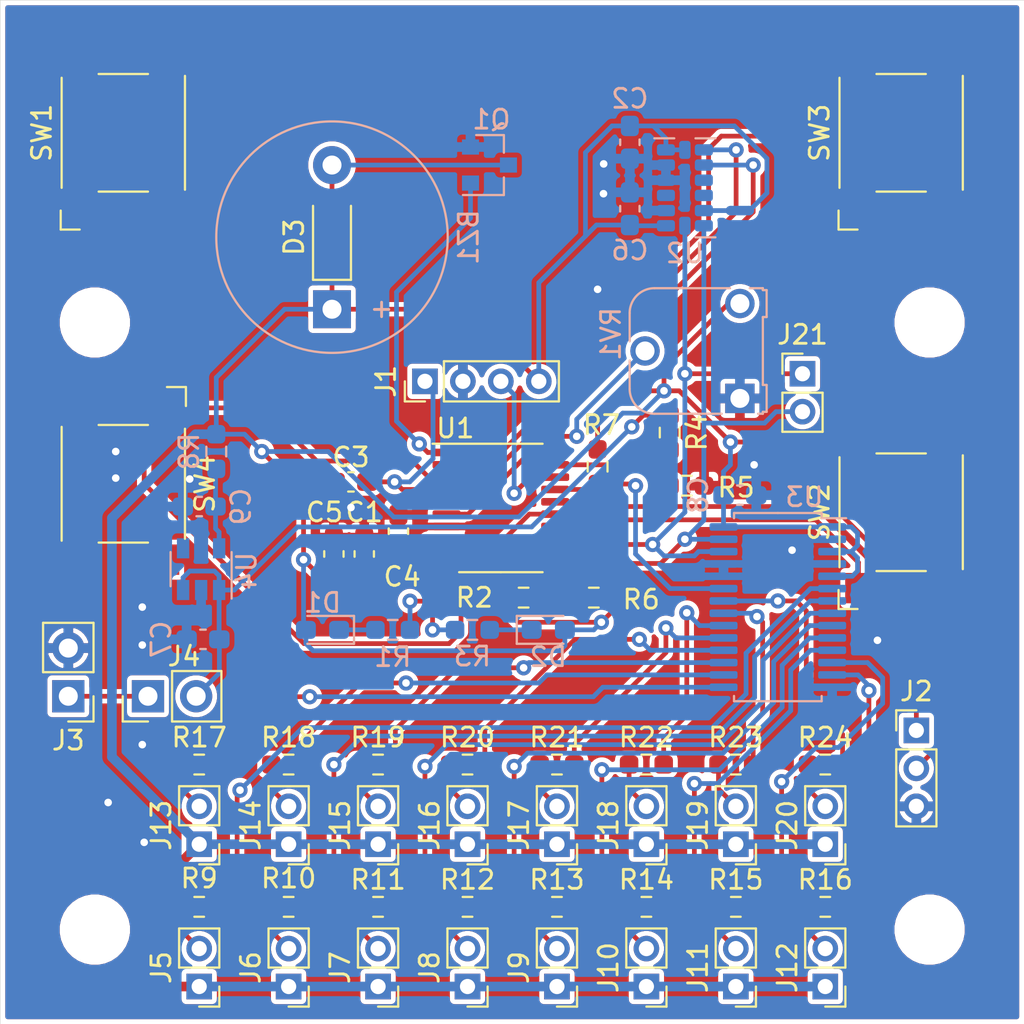
<source format=kicad_pcb>
(kicad_pcb (version 20171130) (host pcbnew 5.1.7-a382d34a8~87~ubuntu20.04.1)
  (layers (0 F.Cu signal) (31 B.Cu signal) (34 B.Paste user) (35 F.Paste user) (36 B.SilkS user) (37 F.SilkS user) (38 B.Mask user hide) (39 F.Mask user hide) (44 Edge.Cuts user hide))
  (net 0 "")
  (net 1 +3V3)
  (net 2 "Net-(BZ1-Pad2)")
  (net 3 /BUZZER)
  (net 4 GND)
  (net 5 /BUTTON3)
  (net 6 /BUTTON4)
  (net 7 /RESET)
  (net 8 /ACC_INT1)
  (net 9 /ACC_INT2)
  (net 10 "Net-(C4-Pad1)")
  (net 11 /DBG_LED0)
  (net 12 /I2C_SDA)
  (net 13 /I2C_SCL)
  (net 14 /BUTTON1)
  (net 15 /BUTTON2)
  (net 16 /DBG_LED1)
  (net 17 /SERVO)
  (net 18 /LEDS_ENABLE)
  (net 19 /SWIM)
  (net 20 /BAT_MEASURE)
  (net 21 /POTENTIOMETER)
  (net 22 "Net-(U2-Pad3)")
  (net 23 "Net-(U2-Pad10)")
  (net 24 "Net-(U2-Pad11)")
  (net 25 "Net-(NT1-Pad2)")
  (net 26 /LED0)
  (net 27 /LED1)
  (net 28 /LED2)
  (net 29 /LED3)
  (net 30 /LED4)
  (net 31 /LED5)
  (net 32 /LED6)
  (net 33 /LED7)
  (net 34 /LED8)
  (net 35 /LED9)
  (net 36 /LED10)
  (net 37 /LED11)
  (net 38 /LED12)
  (net 39 /LED13)
  (net 40 /LED14)
  (net 41 /LED15)
  (net 42 +BATT)
  (net 43 "Net-(U4-Pad4)")
  (net 44 "Net-(D1-Pad1)")
  (net 45 "Net-(D2-Pad1)")
  (net 46 "Net-(J3-Pad1)")
  (net 47 "Net-(C9-Pad1)")
  (net 48 "Net-(J5-Pad2)")
  (net 49 "Net-(J6-Pad2)")
  (net 50 "Net-(J7-Pad2)")
  (net 51 "Net-(J8-Pad2)")
  (net 52 "Net-(J9-Pad2)")
  (net 53 "Net-(J10-Pad2)")
  (net 54 "Net-(J11-Pad2)")
  (net 55 "Net-(J12-Pad2)")
  (net 56 "Net-(J13-Pad2)")
  (net 57 "Net-(J14-Pad2)")
  (net 58 "Net-(J15-Pad2)")
  (net 59 "Net-(J16-Pad2)")
  (net 60 "Net-(J17-Pad2)")
  (net 61 "Net-(J18-Pad2)")
  (net 62 "Net-(J19-Pad2)")
  (net 63 "Net-(J20-Pad2)")
  (module Potentiometer_THT:Potentiometer_Runtron_RM-065_Vertical (layer B.Cu) (at 163 97 90)
    (fp_text reference RV1 (at 3.4 -6.8 90) (layer B.SilkS) (effects (justify mirror)))
    (fp_text value R_POT)
    (pad 3 thru_hole circle (at 5 0 90) (size 1.55 1.55) (drill 1) (layers *.Cu *.Mask) (net 1 +3V3))
    (pad 1 thru_hole rect (at 0 0 90) (size 1.55 1.55) (drill 1) (layers *.Cu *.Mask) (net 4 GND))
    (pad 2 thru_hole circle (at 2.5 -5 90) (size 1.55 1.55) (drill 1) (layers *.Cu *.Mask) (net 21 /POTENTIOMETER))
  )
  (module Package_SO:TSSOP-20_4.4x6.5mm_P0.65mm (layer F.Cu) (at 150.4 102.775)
    (fp_text reference U1 (at -2.4 -4.2) (layer F.SilkS))
    (fp_text value STM8S003F3P)
    (pad 1 smd roundrect (at -2.8625 -2.925) (size 1.475 0.4) (layers F.Cu F.Paste F.Mask) (net 3 /BUZZER))
    (pad 2 smd roundrect (at -2.8625 -2.275) (size 1.475 0.4) (layers F.Cu F.Paste F.Mask) (net 5 /BUTTON3))
    (pad 3 smd roundrect (at -2.8625 -1.625) (size 1.475 0.4) (layers F.Cu F.Paste F.Mask) (net 6 /BUTTON4))
    (pad 4 smd roundrect (at -2.8625 -0.975) (size 1.475 0.4) (layers F.Cu F.Paste F.Mask) (net 7 /RESET))
    (pad 5 smd roundrect (at -2.8625 -0.325) (size 1.475 0.4) (layers F.Cu F.Paste F.Mask) (net 8 /ACC_INT1))
    (pad 6 smd roundrect (at -2.8625 0.325) (size 1.475 0.4) (layers F.Cu F.Paste F.Mask) (net 9 /ACC_INT2))
    (pad 7 smd roundrect (at -2.8625 0.975) (size 1.475 0.4) (layers F.Cu F.Paste F.Mask) (net 4 GND))
    (pad 8 smd roundrect (at -2.8625 1.625) (size 1.475 0.4) (layers F.Cu F.Paste F.Mask) (net 10 "Net-(C4-Pad1)"))
    (pad 9 smd roundrect (at -2.8625 2.275) (size 1.475 0.4) (layers F.Cu F.Paste F.Mask) (net 1 +3V3))
    (pad 10 smd roundrect (at -2.8625 2.925) (size 1.475 0.4) (layers F.Cu F.Paste F.Mask) (net 11 /DBG_LED0))
    (pad 11 smd roundrect (at 2.8625 2.925) (size 1.475 0.4) (layers F.Cu F.Paste F.Mask) (net 12 /I2C_SDA))
    (pad 12 smd roundrect (at 2.8625 2.275) (size 1.475 0.4) (layers F.Cu F.Paste F.Mask) (net 13 /I2C_SCL))
    (pad 13 smd roundrect (at 2.8625 1.625) (size 1.475 0.4) (layers F.Cu F.Paste F.Mask) (net 14 /BUTTON1))
    (pad 14 smd roundrect (at 2.8625 0.975) (size 1.475 0.4) (layers F.Cu F.Paste F.Mask) (net 15 /BUTTON2))
    (pad 15 smd roundrect (at 2.8625 0.325) (size 1.475 0.4) (layers F.Cu F.Paste F.Mask) (net 16 /DBG_LED1))
    (pad 16 smd roundrect (at 2.8625 -0.325) (size 1.475 0.4) (layers F.Cu F.Paste F.Mask) (net 17 /SERVO))
    (pad 17 smd roundrect (at 2.8625 -0.975) (size 1.475 0.4) (layers F.Cu F.Paste F.Mask) (net 18 /LEDS_ENABLE))
    (pad 18 smd roundrect (at 2.8625 -1.625) (size 1.475 0.4) (layers F.Cu F.Paste F.Mask) (net 19 /SWIM))
    (pad 19 smd roundrect (at 2.8625 -2.275) (size 1.475 0.4) (layers F.Cu F.Paste F.Mask) (net 20 /BAT_MEASURE))
    (pad 20 smd roundrect (at 2.8625 -2.925) (size 1.475 0.4) (layers F.Cu F.Paste F.Mask) (net 21 /POTENTIOMETER))
  )
  (module Resistor_SMD:R_0603_1608Metric_Pad0.98x0.95mm_HandSolder (layer F.Cu) (at 155.3 107.5 180)
    (fp_text reference R6 (at -2.5 -0.1) (layer F.SilkS))
    (fp_text value 4k7)
    (pad 1 smd roundrect (at -0.9125 0 180) (size 0.975 0.95) (layers F.Cu F.Paste F.Mask) (net 1 +3V3))
    (pad 2 smd roundrect (at 0.9125 0 180) (size 0.975 0.95) (layers F.Cu F.Paste F.Mask) (net 12 /I2C_SDA))
  )
  (module MountingHole:MountingHole_3.2mm_M3 (layer F.Cu) (at 129 93)
    (fp_text reference REF**)
    (fp_text value MountingHole_3.2mm_M3)
    (pad 1 np_thru_hole circle (at 0 0) (size 3.2 3.2) (drill 3.2) (layers *.Cu *.Mask))
  )
  (module MountingHole:MountingHole_3.2mm_M3 (layer F.Cu) (at 129 125)
    (fp_text reference REF**)
    (fp_text value MountingHole_3.2mm_M3)
    (pad 1 np_thru_hole circle (at 0 0) (size 3.2 3.2) (drill 3.2) (layers *.Cu *.Mask))
  )
  (module MountingHole:MountingHole_3.2mm_M3 (layer F.Cu) (at 173 125)
    (fp_text reference REF**)
    (fp_text value MountingHole_3.2mm_M3)
    (pad 1 np_thru_hole circle (at 0 0) (size 3.2 3.2) (drill 3.2) (layers *.Cu *.Mask))
  )
  (module MountingHole:MountingHole_3.2mm_M3 (layer F.Cu) (at 173 93)
    (fp_text reference REF**)
    (fp_text value MountingHole_3.2mm_M3)
    (pad 1 np_thru_hole circle (at 0 0) (size 3.2 3.2) (drill 3.2) (layers *.Cu *.Mask))
  )
  (module Diode_SMD:D_SOD-123 (layer F.Cu) (at 141.5 88.5 90)
    (fp_text reference D3 (at 0 -2 90) (layer F.SilkS))
    (fp_text value 1N4148W)
    (pad 1 smd rect (at -1.65 0 90) (size 0.9 1.2) (layers F.Cu F.Paste F.Mask) (net 1 +3V3))
    (pad 2 smd rect (at 1.65 0 90) (size 0.9 1.2) (layers F.Cu F.Paste F.Mask) (net 2 "Net-(BZ1-Pad2)"))
  )
  (module Package_TO_SOT_SMD:SOT-23 (layer B.Cu) (at 149.8 84.7)
    (fp_text reference Q1 (at 0.1 -2.4) (layer B.SilkS) (effects (justify mirror)))
    (fp_text value BSS138)
    (pad 1 smd rect (at -1 0.95) (size 0.9 0.8) (layers B.Cu B.Paste B.Mask) (net 3 /BUZZER))
    (pad 2 smd rect (at -1 -0.95) (size 0.9 0.8) (layers B.Cu B.Paste B.Mask) (net 4 GND))
    (pad 3 smd rect (at 1 0) (size 0.9 0.8) (layers B.Cu B.Paste B.Mask) (net 2 "Net-(BZ1-Pad2)"))
  )
  (module Package_LGA:LGA-14_3x5mm_P0.8mm_LayoutBorder1x6y (layer B.Cu) (at 160.1 85.9)
    (fp_text reference U2 (at 0 3.45) (layer B.SilkS) (effects (justify mirror)))
    (fp_text value ADXL343)
    (pad 1 smd roundrect (at -1 2) (size 0.95 0.6) (layers B.Cu B.Paste B.Mask) (net 1 +3V3))
    (pad 2 smd roundrect (at -1 1.2) (size 0.95 0.6) (layers B.Cu B.Paste B.Mask) (net 4 GND))
    (pad 3 smd roundrect (at -1 0.4) (size 0.95 0.6) (layers B.Cu B.Paste B.Mask) (net 22 "Net-(U2-Pad3)"))
    (pad 4 smd roundrect (at -1 -0.4) (size 0.95 0.6) (layers B.Cu B.Paste B.Mask) (net 4 GND))
    (pad 5 smd roundrect (at -1 -1.2) (size 0.95 0.6) (layers B.Cu B.Paste B.Mask) (net 4 GND))
    (pad 6 smd roundrect (at -1 -2) (size 0.95 0.6) (layers B.Cu B.Paste B.Mask) (net 1 +3V3))
    (pad 7 smd roundrect (at 0 -2) (size 0.6 0.95) (layers B.Cu B.Paste B.Mask) (net 1 +3V3))
    (pad 8 smd roundrect (at 1 -2) (size 0.95 0.6) (layers B.Cu B.Paste B.Mask) (net 8 /ACC_INT1))
    (pad 9 smd roundrect (at 1 -1.2) (size 0.95 0.6) (layers B.Cu B.Paste B.Mask) (net 9 /ACC_INT2))
    (pad 10 smd roundrect (at 1 -0.4) (size 0.95 0.6) (layers B.Cu B.Paste B.Mask) (net 23 "Net-(U2-Pad10)"))
    (pad 11 smd roundrect (at 1 0.4) (size 0.95 0.6) (layers B.Cu B.Paste B.Mask) (net 24 "Net-(U2-Pad11)"))
    (pad 12 smd roundrect (at 1 1.2) (size 0.95 0.6) (layers B.Cu B.Paste B.Mask) (net 25 "Net-(NT1-Pad2)"))
    (pad 13 smd roundrect (at 1 2) (size 0.95 0.6) (layers B.Cu B.Paste B.Mask) (net 12 /I2C_SDA))
    (pad 14 smd roundrect (at 0 2) (size 0.6 0.95) (layers B.Cu B.Paste B.Mask) (net 13 /I2C_SCL))
  )
  (module Package_SO:TSSOP-28_4.4x9.7mm_P0.65mm (layer B.Cu) (at 165 108 180)
    (fp_text reference U3 (at -1.4 5.8) (layer B.SilkS) (effects (justify mirror)))
    (fp_text value PCA9685PW)
    (pad 1 smd roundrect (at -2.8625 4.225 180) (size 1.475 0.4) (layers B.Cu B.Paste B.Mask) (net 1 +3V3))
    (pad 2 smd roundrect (at -2.8625 3.575 180) (size 1.475 0.4) (layers B.Cu B.Paste B.Mask) (net 4 GND))
    (pad 3 smd roundrect (at -2.8625 2.925 180) (size 1.475 0.4) (layers B.Cu B.Paste B.Mask) (net 1 +3V3))
    (pad 4 smd roundrect (at -2.8625 2.275 180) (size 1.475 0.4) (layers B.Cu B.Paste B.Mask) (net 4 GND))
    (pad 5 smd roundrect (at -2.8625 1.625 180) (size 1.475 0.4) (layers B.Cu B.Paste B.Mask) (net 1 +3V3))
    (pad 6 smd roundrect (at -2.8625 0.975 180) (size 1.475 0.4) (layers B.Cu B.Paste B.Mask) (net 26 /LED0))
    (pad 7 smd roundrect (at -2.8625 0.325 180) (size 1.475 0.4) (layers B.Cu B.Paste B.Mask) (net 27 /LED1))
    (pad 8 smd roundrect (at -2.8625 -0.325 180) (size 1.475 0.4) (layers B.Cu B.Paste B.Mask) (net 28 /LED2))
    (pad 9 smd roundrect (at -2.8625 -0.975 180) (size 1.475 0.4) (layers B.Cu B.Paste B.Mask) (net 29 /LED3))
    (pad 10 smd roundrect (at -2.8625 -1.625 180) (size 1.475 0.4) (layers B.Cu B.Paste B.Mask) (net 30 /LED4))
    (pad 11 smd roundrect (at -2.8625 -2.275 180) (size 1.475 0.4) (layers B.Cu B.Paste B.Mask) (net 31 /LED5))
    (pad 12 smd roundrect (at -2.8625 -2.925 180) (size 1.475 0.4) (layers B.Cu B.Paste B.Mask) (net 32 /LED6))
    (pad 13 smd roundrect (at -2.8625 -3.575 180) (size 1.475 0.4) (layers B.Cu B.Paste B.Mask) (net 33 /LED7))
    (pad 14 smd roundrect (at -2.8625 -4.225 180) (size 1.475 0.4) (layers B.Cu B.Paste B.Mask) (net 4 GND))
    (pad 15 smd roundrect (at 2.8625 -4.225 180) (size 1.475 0.4) (layers B.Cu B.Paste B.Mask) (net 34 /LED8))
    (pad 16 smd roundrect (at 2.8625 -3.575 180) (size 1.475 0.4) (layers B.Cu B.Paste B.Mask) (net 35 /LED9))
    (pad 17 smd roundrect (at 2.8625 -2.925 180) (size 1.475 0.4) (layers B.Cu B.Paste B.Mask) (net 36 /LED10))
    (pad 18 smd roundrect (at 2.8625 -2.275 180) (size 1.475 0.4) (layers B.Cu B.Paste B.Mask) (net 37 /LED11))
    (pad 19 smd roundrect (at 2.8625 -1.625 180) (size 1.475 0.4) (layers B.Cu B.Paste B.Mask) (net 38 /LED12))
    (pad 20 smd roundrect (at 2.8625 -0.975 180) (size 1.475 0.4) (layers B.Cu B.Paste B.Mask) (net 39 /LED13))
    (pad 21 smd roundrect (at 2.8625 -0.325 180) (size 1.475 0.4) (layers B.Cu B.Paste B.Mask) (net 40 /LED14))
    (pad 22 smd roundrect (at 2.8625 0.325 180) (size 1.475 0.4) (layers B.Cu B.Paste B.Mask) (net 41 /LED15))
    (pad 23 smd roundrect (at 2.8625 0.975 180) (size 1.475 0.4) (layers B.Cu B.Paste B.Mask) (net 18 /LEDS_ENABLE))
    (pad 24 smd roundrect (at 2.8625 1.625 180) (size 1.475 0.4) (layers B.Cu B.Paste B.Mask) (net 4 GND))
    (pad 25 smd roundrect (at 2.8625 2.275 180) (size 1.475 0.4) (layers B.Cu B.Paste B.Mask) (net 4 GND))
    (pad 26 smd roundrect (at 2.8625 2.925 180) (size 1.475 0.4) (layers B.Cu B.Paste B.Mask) (net 13 /I2C_SCL))
    (pad 27 smd roundrect (at 2.8625 3.575 180) (size 1.475 0.4) (layers B.Cu B.Paste B.Mask) (net 12 /I2C_SDA))
    (pad 28 smd roundrect (at 2.8625 4.225 180) (size 1.475 0.4) (layers B.Cu B.Paste B.Mask) (net 1 +3V3))
  )
  (module Package_TO_SOT_SMD:SOT-23-5 (layer B.Cu) (at 134.6 106 90)
    (fp_text reference U4 (at -0.1 2.4 90) (layer B.SilkS) (effects (justify mirror)))
    (fp_text value AP2112K-3.3)
    (pad 1 smd rect (at -1.1 0.95 90) (size 1.06 0.65) (layers B.Cu B.Paste B.Mask) (net 42 +BATT))
    (pad 2 smd rect (at -1.1 0 90) (size 1.06 0.65) (layers B.Cu B.Paste B.Mask) (net 4 GND))
    (pad 3 smd rect (at -1.1 -0.95 90) (size 1.06 0.65) (layers B.Cu B.Paste B.Mask) (net 42 +BATT))
    (pad 4 smd rect (at 1.1 -0.95 90) (size 1.06 0.65) (layers B.Cu B.Paste B.Mask) (net 43 "Net-(U4-Pad4)"))
    (pad 5 smd rect (at 1.1 0.95 90) (size 1.06 0.65) (layers B.Cu B.Paste B.Mask) (net 47 "Net-(C9-Pad1)"))
  )
  (module Buzzer_Beeper:Buzzer_12x9.5RM7.6 (layer B.Cu) (at 141.5 92.3 90)
    (fp_text reference BZ1 (at 3.8 7.2 90) (layer B.SilkS) (effects (justify mirror)))
    (fp_text value Buzzer)
    (fp_text user + (at -0.01 2.54 90) (layer B.SilkS) (effects (justify mirror)))
    (pad 1 thru_hole rect (at 0 0 90) (size 2 2) (drill 1) (layers *.Cu *.Mask) (net 1 +3V3))
    (pad 2 thru_hole circle (at 7.6 0 90) (size 2 2) (drill 1) (layers *.Cu *.Mask) (net 2 "Net-(BZ1-Pad2)"))
  )
  (module Capacitor_SMD:C_0603_1608Metric_Pad1.08x0.95mm_HandSolder (layer F.Cu) (at 143.2 105.2 90)
    (fp_text reference C1 (at 2.2 0) (layer F.SilkS))
    (fp_text value 100nF)
    (pad 2 smd roundrect (at 0.8625 0 90) (size 1.075 0.95) (layers F.Cu F.Paste F.Mask) (net 4 GND))
    (pad 1 smd roundrect (at -0.8625 0 90) (size 1.075 0.95) (layers F.Cu F.Paste F.Mask) (net 1 +3V3))
  )
  (module Capacitor_SMD:C_0603_1608Metric_Pad1.08x0.95mm_HandSolder (layer F.Cu) (at 142.5 101.4 180)
    (fp_text reference C3 (at 0 1.3) (layer F.SilkS))
    (fp_text value 100nF)
    (pad 1 smd roundrect (at -0.8625 0 180) (size 1.075 0.95) (layers F.Cu F.Paste F.Mask) (net 7 /RESET))
    (pad 2 smd roundrect (at 0.8625 0 180) (size 1.075 0.95) (layers F.Cu F.Paste F.Mask) (net 4 GND))
  )
  (module Capacitor_SMD:C_0603_1608Metric_Pad1.08x0.95mm_HandSolder (layer B.Cu) (at 157.2 83.5 270)
    (fp_text reference C2 (at -2.3 0) (layer B.SilkS) (effects (justify mirror)))
    (fp_text value 1uF)
    (pad 1 smd roundrect (at -0.8625 0 270) (size 1.075 0.95) (layers B.Cu B.Paste B.Mask) (net 1 +3V3))
    (pad 2 smd roundrect (at 0.8625 0 270) (size 1.075 0.95) (layers B.Cu B.Paste B.Mask) (net 4 GND))
  )
  (module Capacitor_SMD:C_0603_1608Metric_Pad1.08x0.95mm_HandSolder (layer F.Cu) (at 145 104 90)
    (fp_text reference C4 (at -2.4 0.2 180) (layer F.SilkS))
    (fp_text value 1uF)
    (pad 2 smd roundrect (at 0.8625 0 90) (size 1.075 0.95) (layers F.Cu F.Paste F.Mask) (net 4 GND))
    (pad 1 smd roundrect (at -0.8625 0 90) (size 1.075 0.95) (layers F.Cu F.Paste F.Mask) (net 10 "Net-(C4-Pad1)"))
  )
  (module Capacitor_SMD:C_0603_1608Metric_Pad1.08x0.95mm_HandSolder (layer F.Cu) (at 141.6 105.2 90)
    (fp_text reference C5 (at 2.2 -0.5) (layer F.SilkS))
    (fp_text value 1uF)
    (pad 1 smd roundrect (at -0.8625 0 90) (size 1.075 0.95) (layers F.Cu F.Paste F.Mask) (net 1 +3V3))
    (pad 2 smd roundrect (at 0.8625 0 90) (size 1.075 0.95) (layers F.Cu F.Paste F.Mask) (net 4 GND))
  )
  (module Capacitor_SMD:C_0603_1608Metric_Pad1.08x0.95mm_HandSolder (layer B.Cu) (at 157.2 87 90)
    (fp_text reference C6 (at -2.2 0) (layer B.SilkS) (effects (justify mirror)))
    (fp_text value 1uF)
    (pad 1 smd roundrect (at -0.8625 0 90) (size 1.075 0.95) (layers B.Cu B.Paste B.Mask) (net 1 +3V3))
    (pad 2 smd roundrect (at 0.8625 0 90) (size 1.075 0.95) (layers B.Cu B.Paste B.Mask) (net 4 GND))
  )
  (module Capacitor_SMD:C_0603_1608Metric_Pad1.08x0.95mm_HandSolder (layer B.Cu) (at 134.7 109.7 180)
    (fp_text reference C7 (at 2.2 0 270) (layer B.SilkS) (effects (justify mirror)))
    (fp_text value 1uF)
    (pad 2 smd roundrect (at 0.8625 0 180) (size 1.075 0.95) (layers B.Cu B.Paste B.Mask) (net 4 GND))
    (pad 1 smd roundrect (at -0.8625 0 180) (size 1.075 0.95) (layers B.Cu B.Paste B.Mask) (net 42 +BATT))
  )
  (module Capacitor_SMD:C_0603_1608Metric_Pad1.08x0.95mm_HandSolder (layer B.Cu) (at 163 102.1)
    (fp_text reference C8 (at -2.2 0 270) (layer B.SilkS) (effects (justify mirror)))
    (fp_text value 100nF)
    (pad 1 smd roundrect (at -0.8625 0) (size 1.075 0.95) (layers B.Cu B.Paste B.Mask) (net 1 +3V3))
    (pad 2 smd roundrect (at 0.8625 0) (size 1.075 0.95) (layers B.Cu B.Paste B.Mask) (net 4 GND))
  )
  (module Capacitor_SMD:C_0603_1608Metric_Pad1.08x0.95mm_HandSolder (layer B.Cu) (at 134.5 102.7 180)
    (fp_text reference C9 (at -2.2 0 270) (layer B.SilkS) (effects (justify mirror)))
    (fp_text value 1uF)
    (pad 2 smd roundrect (at 0.8625 0 180) (size 1.075 0.95) (layers B.Cu B.Paste B.Mask) (net 4 GND))
    (pad 1 smd roundrect (at -0.8625 0 180) (size 1.075 0.95) (layers B.Cu B.Paste B.Mask) (net 47 "Net-(C9-Pad1)"))
  )
  (module LED_SMD:LED_0603_1608Metric_Pad1.05x0.95mm_HandSolder (layer B.Cu) (at 141 109.2 180)
    (fp_text reference D1 (at 0 1.43) (layer B.SilkS) (effects (justify mirror)))
    (fp_text value LED)
    (pad 2 smd roundrect (at 0.875 0 180) (size 1.05 0.95) (layers B.Cu B.Paste B.Mask) (net 1 +3V3))
    (pad 1 smd roundrect (at -0.875 0 180) (size 1.05 0.95) (layers B.Cu B.Paste B.Mask) (net 44 "Net-(D1-Pad1)"))
  )
  (module LED_SMD:LED_0603_1608Metric_Pad1.05x0.95mm_HandSolder (layer B.Cu) (at 152.9 109.2)
    (fp_text reference D2 (at 0 1.43) (layer B.SilkS) (effects (justify mirror)))
    (fp_text value LED)
    (pad 1 smd roundrect (at -0.875 0) (size 1.05 0.95) (layers B.Cu B.Paste B.Mask) (net 45 "Net-(D2-Pad1)"))
    (pad 2 smd roundrect (at 0.875 0) (size 1.05 0.95) (layers B.Cu B.Paste B.Mask) (net 1 +3V3))
  )
  (module Connector_PinHeader_2.00mm:PinHeader_1x03_P2.00mm_Vertical (layer F.Cu) (at 172.3 114.5)
    (fp_text reference J2 (at 0 -2.06) (layer F.SilkS))
    (fp_text value Conn_01x03_Male)
    (pad 1 thru_hole rect (at 0 0) (size 1.35 1.35) (drill 0.8) (layers *.Cu *.Mask) (net 17 /SERVO))
    (pad 2 thru_hole oval (at 0 2) (size 1.35 1.35) (drill 0.8) (layers *.Cu *.Mask) (net 1 +3V3))
    (pad 3 thru_hole oval (at 0 4) (size 1.35 1.35) (drill 0.8) (layers *.Cu *.Mask) (net 4 GND))
  )
  (module Connector_PinHeader_2.54mm:PinHeader_1x02_P2.54mm_Vertical (layer F.Cu) (at 127.6 112.7 180)
    (fp_text reference J3 (at 0 -2.33) (layer F.SilkS))
    (fp_text value Conn_01x02_Male)
    (pad 1 thru_hole rect (at 0 0 180) (size 1.7 1.7) (drill 1) (layers *.Cu *.Mask) (net 46 "Net-(J3-Pad1)"))
    (pad 2 thru_hole oval (at 0 2.54 180) (size 1.7 1.7) (drill 1) (layers *.Cu *.Mask) (net 4 GND))
  )
  (module Connector_PinHeader_2.54mm:PinHeader_1x02_P2.54mm_Vertical (layer F.Cu) (at 131.8 112.7 90)
    (fp_text reference J4 (at 2.1 1.9 180) (layer F.SilkS))
    (fp_text value Conn_01x02_Male)
    (pad 2 thru_hole oval (at 0 2.54 90) (size 1.7 1.7) (drill 1) (layers *.Cu *.Mask) (net 42 +BATT))
    (pad 1 thru_hole rect (at 0 0 90) (size 1.7 1.7) (drill 1) (layers *.Cu *.Mask) (net 46 "Net-(J3-Pad1)"))
  )
  (module Connector_PinHeader_2.00mm:PinHeader_1x02_P2.00mm_Vertical (layer F.Cu) (at 134.5 128 180)
    (fp_text reference J5 (at 2 1 90) (layer F.SilkS))
    (fp_text value Conn_01x02_Male)
    (pad 2 thru_hole oval (at 0 2 180) (size 1.35 1.35) (drill 0.8) (layers *.Cu *.Mask) (net 48 "Net-(J5-Pad2)"))
    (pad 1 thru_hole rect (at 0 0 180) (size 1.35 1.35) (drill 0.8) (layers *.Cu *.Mask) (net 1 +3V3))
  )
  (module Connector_PinHeader_2.00mm:PinHeader_1x02_P2.00mm_Vertical (layer F.Cu) (at 139.214285 128 180)
    (fp_text reference J6 (at 2 1 90) (layer F.SilkS))
    (fp_text value Conn_01x02_Male)
    (pad 1 thru_hole rect (at 0 0 180) (size 1.35 1.35) (drill 0.8) (layers *.Cu *.Mask) (net 1 +3V3))
    (pad 2 thru_hole oval (at 0 2 180) (size 1.35 1.35) (drill 0.8) (layers *.Cu *.Mask) (net 49 "Net-(J6-Pad2)"))
  )
  (module Connector_PinHeader_2.00mm:PinHeader_1x02_P2.00mm_Vertical (layer F.Cu) (at 143.92857 128 180)
    (fp_text reference J7 (at 2 1 90) (layer F.SilkS))
    (fp_text value Conn_01x02_Male)
    (pad 2 thru_hole oval (at 0 2 180) (size 1.35 1.35) (drill 0.8) (layers *.Cu *.Mask) (net 50 "Net-(J7-Pad2)"))
    (pad 1 thru_hole rect (at 0 0 180) (size 1.35 1.35) (drill 0.8) (layers *.Cu *.Mask) (net 1 +3V3))
  )
  (module Connector_PinHeader_2.00mm:PinHeader_1x02_P2.00mm_Vertical (layer F.Cu) (at 148.642855 128 180)
    (fp_text reference J8 (at 2 1 90) (layer F.SilkS))
    (fp_text value Conn_01x02_Male)
    (pad 1 thru_hole rect (at 0 0 180) (size 1.35 1.35) (drill 0.8) (layers *.Cu *.Mask) (net 1 +3V3))
    (pad 2 thru_hole oval (at 0 2 180) (size 1.35 1.35) (drill 0.8) (layers *.Cu *.Mask) (net 51 "Net-(J8-Pad2)"))
  )
  (module Connector_PinHeader_2.00mm:PinHeader_1x02_P2.00mm_Vertical (layer F.Cu) (at 153.35714 128 180)
    (fp_text reference J9 (at 2 1 90) (layer F.SilkS))
    (fp_text value Conn_01x02_Male)
    (pad 2 thru_hole oval (at 0 2 180) (size 1.35 1.35) (drill 0.8) (layers *.Cu *.Mask) (net 52 "Net-(J9-Pad2)"))
    (pad 1 thru_hole rect (at 0 0 180) (size 1.35 1.35) (drill 0.8) (layers *.Cu *.Mask) (net 1 +3V3))
  )
  (module Connector_PinHeader_2.00mm:PinHeader_1x02_P2.00mm_Vertical (layer F.Cu) (at 158.071425 128 180)
    (fp_text reference J10 (at 2 1 90) (layer F.SilkS))
    (fp_text value Conn_01x02_Male)
    (pad 2 thru_hole oval (at 0 2 180) (size 1.35 1.35) (drill 0.8) (layers *.Cu *.Mask) (net 53 "Net-(J10-Pad2)"))
    (pad 1 thru_hole rect (at 0 0 180) (size 1.35 1.35) (drill 0.8) (layers *.Cu *.Mask) (net 1 +3V3))
  )
  (module Connector_PinHeader_2.00mm:PinHeader_1x02_P2.00mm_Vertical (layer F.Cu) (at 162.78571 128 180)
    (fp_text reference J11 (at 2 1 90) (layer F.SilkS))
    (fp_text value Conn_01x02_Male)
    (pad 1 thru_hole rect (at 0 0 180) (size 1.35 1.35) (drill 0.8) (layers *.Cu *.Mask) (net 1 +3V3))
    (pad 2 thru_hole oval (at 0 2 180) (size 1.35 1.35) (drill 0.8) (layers *.Cu *.Mask) (net 54 "Net-(J11-Pad2)"))
  )
  (module Connector_PinHeader_2.00mm:PinHeader_1x02_P2.00mm_Vertical (layer F.Cu) (at 167.5 128 180)
    (fp_text reference J12 (at 2 1 90) (layer F.SilkS))
    (fp_text value Conn_01x02_Male)
    (pad 1 thru_hole rect (at 0 0 180) (size 1.35 1.35) (drill 0.8) (layers *.Cu *.Mask) (net 1 +3V3))
    (pad 2 thru_hole oval (at 0 2 180) (size 1.35 1.35) (drill 0.8) (layers *.Cu *.Mask) (net 55 "Net-(J12-Pad2)"))
  )
  (module Connector_PinHeader_2.00mm:PinHeader_1x02_P2.00mm_Vertical (layer F.Cu) (at 134.5 120.5 180)
    (fp_text reference J13 (at 2 1 90) (layer F.SilkS))
    (fp_text value Conn_01x02_Male)
    (pad 1 thru_hole rect (at 0 0 180) (size 1.35 1.35) (drill 0.8) (layers *.Cu *.Mask) (net 1 +3V3))
    (pad 2 thru_hole oval (at 0 2 180) (size 1.35 1.35) (drill 0.8) (layers *.Cu *.Mask) (net 56 "Net-(J13-Pad2)"))
  )
  (module Connector_PinHeader_2.00mm:PinHeader_1x02_P2.00mm_Vertical (layer F.Cu) (at 139.214285 120.5 180)
    (fp_text reference J14 (at 2 1 90) (layer F.SilkS))
    (fp_text value Conn_01x02_Male)
    (pad 2 thru_hole oval (at 0 2 180) (size 1.35 1.35) (drill 0.8) (layers *.Cu *.Mask) (net 57 "Net-(J14-Pad2)"))
    (pad 1 thru_hole rect (at 0 0 180) (size 1.35 1.35) (drill 0.8) (layers *.Cu *.Mask) (net 1 +3V3))
  )
  (module Connector_PinHeader_2.00mm:PinHeader_1x02_P2.00mm_Vertical (layer F.Cu) (at 143.92857 120.5 180)
    (fp_text reference J15 (at 2 1 90) (layer F.SilkS))
    (fp_text value Conn_01x02_Male)
    (pad 1 thru_hole rect (at 0 0 180) (size 1.35 1.35) (drill 0.8) (layers *.Cu *.Mask) (net 1 +3V3))
    (pad 2 thru_hole oval (at 0 2 180) (size 1.35 1.35) (drill 0.8) (layers *.Cu *.Mask) (net 58 "Net-(J15-Pad2)"))
  )
  (module Connector_PinHeader_2.00mm:PinHeader_1x02_P2.00mm_Vertical (layer F.Cu) (at 148.642855 120.5 180)
    (fp_text reference J16 (at 2 1 90) (layer F.SilkS))
    (fp_text value Conn_01x02_Male)
    (pad 2 thru_hole oval (at 0 2 180) (size 1.35 1.35) (drill 0.8) (layers *.Cu *.Mask) (net 59 "Net-(J16-Pad2)"))
    (pad 1 thru_hole rect (at 0 0 180) (size 1.35 1.35) (drill 0.8) (layers *.Cu *.Mask) (net 1 +3V3))
  )
  (module Connector_PinHeader_2.00mm:PinHeader_1x02_P2.00mm_Vertical (layer F.Cu) (at 153.35714 120.5 180)
    (fp_text reference J17 (at 2 1 270) (layer F.SilkS))
    (fp_text value Conn_01x02_Male)
    (pad 1 thru_hole rect (at 0 0 180) (size 1.35 1.35) (drill 0.8) (layers *.Cu *.Mask) (net 1 +3V3))
    (pad 2 thru_hole oval (at 0 2 180) (size 1.35 1.35) (drill 0.8) (layers *.Cu *.Mask) (net 60 "Net-(J17-Pad2)"))
  )
  (module Connector_PinHeader_2.00mm:PinHeader_1x02_P2.00mm_Vertical (layer F.Cu) (at 158.071425 120.5 180)
    (fp_text reference J18 (at 2 1 90) (layer F.SilkS))
    (fp_text value Conn_01x02_Male)
    (pad 2 thru_hole oval (at 0 2 180) (size 1.35 1.35) (drill 0.8) (layers *.Cu *.Mask) (net 61 "Net-(J18-Pad2)"))
    (pad 1 thru_hole rect (at 0 0 180) (size 1.35 1.35) (drill 0.8) (layers *.Cu *.Mask) (net 1 +3V3))
  )
  (module Connector_PinHeader_2.00mm:PinHeader_1x02_P2.00mm_Vertical (layer F.Cu) (at 162.78571 120.5 180)
    (fp_text reference J19 (at 2 1 90) (layer F.SilkS))
    (fp_text value Conn_01x02_Male)
    (pad 2 thru_hole oval (at 0 2 180) (size 1.35 1.35) (drill 0.8) (layers *.Cu *.Mask) (net 62 "Net-(J19-Pad2)"))
    (pad 1 thru_hole rect (at 0 0 180) (size 1.35 1.35) (drill 0.8) (layers *.Cu *.Mask) (net 1 +3V3))
  )
  (module Connector_PinHeader_2.00mm:PinHeader_1x02_P2.00mm_Vertical (layer F.Cu) (at 167.5 120.5 180)
    (fp_text reference J20 (at 2 1 90) (layer F.SilkS))
    (fp_text value Conn_01x02_Male)
    (pad 1 thru_hole rect (at 0 0 180) (size 1.35 1.35) (drill 0.8) (layers *.Cu *.Mask) (net 1 +3V3))
    (pad 2 thru_hole oval (at 0 2 180) (size 1.35 1.35) (drill 0.8) (layers *.Cu *.Mask) (net 63 "Net-(J20-Pad2)"))
  )
  (module NetTie:NetTie-2_SMD_Pad0.5mm (layer B.Cu) (at 163 87.1 180)
    (fp_text reference NT1 hide)
    (fp_text value Net-Tie_2)
    (fp_poly (pts (xy -0.5 0.25) (xy 0.5 0.25) (xy 0.5 -0.25) (xy -0.5 -0.25)) (layer B.Cu) (width 0))
    (pad 1 smd circle (at -0.5 0 180) (size 0.5 0.5) (layers B.Cu) (net 1 +3V3))
    (pad 2 smd circle (at 0.5 0 180) (size 0.5 0.5) (layers B.Cu) (net 25 "Net-(NT1-Pad2)"))
  )
  (module Resistor_SMD:R_0603_1608Metric_Pad0.98x0.95mm_HandSolder (layer B.Cu) (at 144.7 109.2)
    (fp_text reference R1 (at 0 1.43) (layer B.SilkS) (effects (justify mirror)))
    (fp_text value 1k)
    (pad 1 smd roundrect (at -0.9125 0) (size 0.975 0.95) (layers B.Cu B.Paste B.Mask) (net 44 "Net-(D1-Pad1)"))
    (pad 2 smd roundrect (at 0.9125 0) (size 0.975 0.95) (layers B.Cu B.Paste B.Mask) (net 11 /DBG_LED0))
  )
  (module Resistor_SMD:R_0603_1608Metric_Pad0.98x0.95mm_HandSolder (layer F.Cu) (at 151.6 107.5)
    (fp_text reference R2 (at -2.6 0) (layer F.SilkS))
    (fp_text value 4k7)
    (pad 2 smd roundrect (at 0.9125 0) (size 0.975 0.95) (layers F.Cu F.Paste F.Mask) (net 13 /I2C_SCL))
    (pad 1 smd roundrect (at -0.9125 0) (size 0.975 0.95) (layers F.Cu F.Paste F.Mask) (net 1 +3V3))
  )
  (module Resistor_SMD:R_0603_1608Metric_Pad0.98x0.95mm_HandSolder (layer B.Cu) (at 148.9 109.2 180)
    (fp_text reference R3 (at 0 -1.4) (layer B.SilkS) (effects (justify mirror)))
    (fp_text value 1k)
    (pad 2 smd roundrect (at 0.9125 0 180) (size 0.975 0.95) (layers B.Cu B.Paste B.Mask) (net 16 /DBG_LED1))
    (pad 1 smd roundrect (at -0.9125 0 180) (size 0.975 0.95) (layers B.Cu B.Paste B.Mask) (net 45 "Net-(D2-Pad1)"))
  )
  (module Resistor_SMD:R_0603_1608Metric_Pad0.98x0.95mm_HandSolder (layer F.Cu) (at 159.3 98.8 270)
    (fp_text reference R4 (at 0 -1.43 90) (layer F.SilkS))
    (fp_text value 47k)
    (pad 1 smd roundrect (at -0.9125 0 270) (size 0.975 0.95) (layers F.Cu F.Paste F.Mask) (net 42 +BATT))
    (pad 2 smd roundrect (at 0.9125 0 270) (size 0.975 0.95) (layers F.Cu F.Paste F.Mask) (net 20 /BAT_MEASURE))
  )
  (module Resistor_SMD:R_0603_1608Metric_Pad0.98x0.95mm_HandSolder (layer F.Cu) (at 160.2 101.6)
    (fp_text reference R5 (at 2.6 0.1) (layer F.SilkS))
    (fp_text value 100k)
    (pad 1 smd roundrect (at -0.9125 0) (size 0.975 0.95) (layers F.Cu F.Paste F.Mask) (net 20 /BAT_MEASURE))
    (pad 2 smd roundrect (at 0.9125 0) (size 0.975 0.95) (layers F.Cu F.Paste F.Mask) (net 4 GND))
  )
  (module Resistor_SMD:R_0603_1608Metric_Pad0.98x0.95mm_HandSolder (layer F.Cu) (at 155.5 100.6 270)
    (fp_text reference R7 (at -2.2 -0.2 180) (layer F.SilkS))
    (fp_text value 10k)
    (pad 2 smd roundrect (at 0.9125 0 270) (size 0.975 0.95) (layers F.Cu F.Paste F.Mask) (net 18 /LEDS_ENABLE))
    (pad 1 smd roundrect (at -0.9125 0 270) (size 0.975 0.95) (layers F.Cu F.Paste F.Mask) (net 1 +3V3))
  )
  (module Resistor_SMD:R_0603_1608Metric_Pad0.98x0.95mm_HandSolder (layer B.Cu) (at 135.4 99.8 270)
    (fp_text reference R8 (at 0 1.43 90) (layer B.SilkS) (effects (justify mirror)))
    (fp_text value 0R)
    (pad 2 smd roundrect (at 0.9125 0 270) (size 0.975 0.95) (layers B.Cu B.Paste B.Mask) (net 47 "Net-(C9-Pad1)"))
    (pad 1 smd roundrect (at -0.9125 0 270) (size 0.975 0.95) (layers B.Cu B.Paste B.Mask) (net 1 +3V3))
  )
  (module Resistor_SMD:R_0603_1608Metric_Pad0.98x0.95mm_HandSolder (layer F.Cu) (at 134.5 123.8)
    (fp_text reference R9 (at 0 -1.5) (layer F.SilkS))
    (fp_text value 100R)
    (pad 2 smd roundrect (at 0.9125 0) (size 0.975 0.95) (layers F.Cu F.Paste F.Mask) (net 26 /LED0))
    (pad 1 smd roundrect (at -0.9125 0) (size 0.975 0.95) (layers F.Cu F.Paste F.Mask) (net 48 "Net-(J5-Pad2)"))
  )
  (module Resistor_SMD:R_0603_1608Metric_Pad0.98x0.95mm_HandSolder (layer F.Cu) (at 139.214285 123.8)
    (fp_text reference R10 (at 0 -1.5) (layer F.SilkS))
    (fp_text value 100R)
    (pad 1 smd roundrect (at -0.9125 0) (size 0.975 0.95) (layers F.Cu F.Paste F.Mask) (net 49 "Net-(J6-Pad2)"))
    (pad 2 smd roundrect (at 0.9125 0) (size 0.975 0.95) (layers F.Cu F.Paste F.Mask) (net 27 /LED1))
  )
  (module Resistor_SMD:R_0603_1608Metric_Pad0.98x0.95mm_HandSolder (layer F.Cu) (at 143.92857 123.8)
    (fp_text reference R11 (at 0 -1.43) (layer F.SilkS))
    (fp_text value 100R)
    (pad 2 smd roundrect (at 0.9125 0) (size 0.975 0.95) (layers F.Cu F.Paste F.Mask) (net 28 /LED2))
    (pad 1 smd roundrect (at -0.9125 0) (size 0.975 0.95) (layers F.Cu F.Paste F.Mask) (net 50 "Net-(J7-Pad2)"))
  )
  (module Resistor_SMD:R_0603_1608Metric_Pad0.98x0.95mm_HandSolder (layer F.Cu) (at 148.642855 123.8)
    (fp_text reference R12 (at 0 -1.43) (layer F.SilkS))
    (fp_text value 100R)
    (pad 1 smd roundrect (at -0.9125 0) (size 0.975 0.95) (layers F.Cu F.Paste F.Mask) (net 51 "Net-(J8-Pad2)"))
    (pad 2 smd roundrect (at 0.9125 0) (size 0.975 0.95) (layers F.Cu F.Paste F.Mask) (net 29 /LED3))
  )
  (module Resistor_SMD:R_0603_1608Metric_Pad0.98x0.95mm_HandSolder (layer F.Cu) (at 153.35714 123.8)
    (fp_text reference R13 (at 0 -1.43) (layer F.SilkS))
    (fp_text value 100R)
    (pad 1 smd roundrect (at -0.9125 0) (size 0.975 0.95) (layers F.Cu F.Paste F.Mask) (net 52 "Net-(J9-Pad2)"))
    (pad 2 smd roundrect (at 0.9125 0) (size 0.975 0.95) (layers F.Cu F.Paste F.Mask) (net 30 /LED4))
  )
  (module Resistor_SMD:R_0603_1608Metric_Pad0.98x0.95mm_HandSolder (layer F.Cu) (at 158.071425 123.8)
    (fp_text reference R14 (at 0 -1.43) (layer F.SilkS))
    (fp_text value 100R)
    (pad 1 smd roundrect (at -0.9125 0) (size 0.975 0.95) (layers F.Cu F.Paste F.Mask) (net 53 "Net-(J10-Pad2)"))
    (pad 2 smd roundrect (at 0.9125 0) (size 0.975 0.95) (layers F.Cu F.Paste F.Mask) (net 31 /LED5))
  )
  (module Resistor_SMD:R_0603_1608Metric_Pad0.98x0.95mm_HandSolder (layer F.Cu) (at 162.78571 123.8)
    (fp_text reference R15 (at 0 -1.43) (layer F.SilkS))
    (fp_text value 100R)
    (pad 2 smd roundrect (at 0.9125 0) (size 0.975 0.95) (layers F.Cu F.Paste F.Mask) (net 32 /LED6))
    (pad 1 smd roundrect (at -0.9125 0) (size 0.975 0.95) (layers F.Cu F.Paste F.Mask) (net 54 "Net-(J11-Pad2)"))
  )
  (module Resistor_SMD:R_0603_1608Metric_Pad0.98x0.95mm_HandSolder (layer F.Cu) (at 167.5 123.8)
    (fp_text reference R16 (at 0 -1.43) (layer F.SilkS))
    (fp_text value 100R)
    (pad 2 smd roundrect (at 0.9125 0) (size 0.975 0.95) (layers F.Cu F.Paste F.Mask) (net 33 /LED7))
    (pad 1 smd roundrect (at -0.9125 0) (size 0.975 0.95) (layers F.Cu F.Paste F.Mask) (net 55 "Net-(J12-Pad2)"))
  )
  (module Resistor_SMD:R_0603_1608Metric_Pad0.98x0.95mm_HandSolder (layer F.Cu) (at 134.5 116.3)
    (fp_text reference R17 (at 0 -1.43) (layer F.SilkS))
    (fp_text value 100R)
    (pad 1 smd roundrect (at -0.9125 0) (size 0.975 0.95) (layers F.Cu F.Paste F.Mask) (net 56 "Net-(J13-Pad2)"))
    (pad 2 smd roundrect (at 0.9125 0) (size 0.975 0.95) (layers F.Cu F.Paste F.Mask) (net 34 /LED8))
  )
  (module Resistor_SMD:R_0603_1608Metric_Pad0.98x0.95mm_HandSolder (layer F.Cu) (at 139.214285 116.3)
    (fp_text reference R18 (at 0 -1.43) (layer F.SilkS))
    (fp_text value 100R)
    (pad 2 smd roundrect (at 0.9125 0) (size 0.975 0.95) (layers F.Cu F.Paste F.Mask) (net 35 /LED9))
    (pad 1 smd roundrect (at -0.9125 0) (size 0.975 0.95) (layers F.Cu F.Paste F.Mask) (net 57 "Net-(J14-Pad2)"))
  )
  (module Resistor_SMD:R_0603_1608Metric_Pad0.98x0.95mm_HandSolder (layer F.Cu) (at 143.92857 116.3)
    (fp_text reference R19 (at 0 -1.43) (layer F.SilkS))
    (fp_text value 100R)
    (pad 2 smd roundrect (at 0.9125 0) (size 0.975 0.95) (layers F.Cu F.Paste F.Mask) (net 36 /LED10))
    (pad 1 smd roundrect (at -0.9125 0) (size 0.975 0.95) (layers F.Cu F.Paste F.Mask) (net 58 "Net-(J15-Pad2)"))
  )
  (module Resistor_SMD:R_0603_1608Metric_Pad0.98x0.95mm_HandSolder (layer F.Cu) (at 148.642855 116.3)
    (fp_text reference R20 (at 0 -1.43) (layer F.SilkS))
    (fp_text value 100R)
    (pad 1 smd roundrect (at -0.9125 0) (size 0.975 0.95) (layers F.Cu F.Paste F.Mask) (net 59 "Net-(J16-Pad2)"))
    (pad 2 smd roundrect (at 0.9125 0) (size 0.975 0.95) (layers F.Cu F.Paste F.Mask) (net 37 /LED11))
  )
  (module Resistor_SMD:R_0603_1608Metric_Pad0.98x0.95mm_HandSolder (layer F.Cu) (at 153.35714 116.3)
    (fp_text reference R21 (at 0 -1.43) (layer F.SilkS))
    (fp_text value 100R)
    (pad 2 smd roundrect (at 0.9125 0) (size 0.975 0.95) (layers F.Cu F.Paste F.Mask) (net 38 /LED12))
    (pad 1 smd roundrect (at -0.9125 0) (size 0.975 0.95) (layers F.Cu F.Paste F.Mask) (net 60 "Net-(J17-Pad2)"))
  )
  (module Resistor_SMD:R_0603_1608Metric_Pad0.98x0.95mm_HandSolder (layer F.Cu) (at 158.071425 116.3)
    (fp_text reference R22 (at 0 -1.43) (layer F.SilkS))
    (fp_text value 100R)
    (pad 1 smd roundrect (at -0.9125 0) (size 0.975 0.95) (layers F.Cu F.Paste F.Mask) (net 61 "Net-(J18-Pad2)"))
    (pad 2 smd roundrect (at 0.9125 0) (size 0.975 0.95) (layers F.Cu F.Paste F.Mask) (net 39 /LED13))
  )
  (module Resistor_SMD:R_0603_1608Metric_Pad0.98x0.95mm_HandSolder (layer F.Cu) (at 162.78571 116.3)
    (fp_text reference R23 (at 0 -1.43) (layer F.SilkS))
    (fp_text value 100R)
    (pad 1 smd roundrect (at -0.9125 0) (size 0.975 0.95) (layers F.Cu F.Paste F.Mask) (net 62 "Net-(J19-Pad2)"))
    (pad 2 smd roundrect (at 0.9125 0) (size 0.975 0.95) (layers F.Cu F.Paste F.Mask) (net 40 /LED14))
  )
  (module Resistor_SMD:R_0603_1608Metric_Pad0.98x0.95mm_HandSolder (layer F.Cu) (at 167.5 116.3)
    (fp_text reference R24 (at 0 -1.43) (layer F.SilkS))
    (fp_text value 100R)
    (pad 2 smd roundrect (at 0.9125 0) (size 0.975 0.95) (layers F.Cu F.Paste F.Mask) (net 41 /LED15))
    (pad 1 smd roundrect (at -0.9125 0) (size 0.975 0.95) (layers F.Cu F.Paste F.Mask) (net 63 "Net-(J20-Pad2)"))
  )
  (module Button_Switch_SMD:SW_SPST_Omron_B3FS-105xP (layer F.Cu) (at 130.5 83 90)
    (fp_text reference SW1 (at 0 -4.3 90) (layer F.SilkS))
    (fp_text value SW_Push)
    (pad 2 smd rect (at 4 -2.25 270) (size 1.6 1.4) (layers F.Cu F.Paste F.Mask) (net 4 GND))
    (pad 1 smd rect (at -4 -2.25 270) (size 1.6 1.4) (layers F.Cu F.Paste F.Mask) (net 14 /BUTTON1))
    (pad 4 smd rect (at 4 2.25 270) (size 1.6 1.4) (layers F.Cu F.Paste F.Mask))
    (pad 3 smd rect (at -4 2.25 270) (size 1.6 1.4) (layers F.Cu F.Paste F.Mask))
  )
  (module Button_Switch_SMD:SW_SPST_Omron_B3FS-105xP (layer F.Cu) (at 171.5 103 90)
    (fp_text reference SW2 (at 0 -4.3 90) (layer F.SilkS))
    (fp_text value SW_Push)
    (pad 2 smd rect (at 4 -2.25 270) (size 1.6 1.4) (layers F.Cu F.Paste F.Mask) (net 4 GND))
    (pad 1 smd rect (at -4 -2.25 270) (size 1.6 1.4) (layers F.Cu F.Paste F.Mask) (net 15 /BUTTON2))
    (pad 4 smd rect (at 4 2.25 270) (size 1.6 1.4) (layers F.Cu F.Paste F.Mask))
    (pad 3 smd rect (at -4 2.25 270) (size 1.6 1.4) (layers F.Cu F.Paste F.Mask))
  )
  (module Button_Switch_SMD:SW_SPST_Omron_B3FS-105xP (layer F.Cu) (at 171.5 83 90)
    (fp_text reference SW3 (at 0 -4.3 90) (layer F.SilkS))
    (fp_text value SW_Push)
    (pad 3 smd rect (at -4 2.25 270) (size 1.6 1.4) (layers F.Cu F.Paste F.Mask))
    (pad 4 smd rect (at 4 2.25 270) (size 1.6 1.4) (layers F.Cu F.Paste F.Mask))
    (pad 1 smd rect (at -4 -2.25 270) (size 1.6 1.4) (layers F.Cu F.Paste F.Mask) (net 5 /BUTTON3))
    (pad 2 smd rect (at 4 -2.25 270) (size 1.6 1.4) (layers F.Cu F.Paste F.Mask) (net 4 GND))
  )
  (module Button_Switch_SMD:SW_SPST_Omron_B3FS-105xP (layer F.Cu) (at 130.5 101.5 270)
    (fp_text reference SW4 (at 0 -4.3 90) (layer F.SilkS))
    (fp_text value SW_Push)
    (pad 3 smd rect (at -4 2.25 90) (size 1.6 1.4) (layers F.Cu F.Paste F.Mask))
    (pad 4 smd rect (at 4 2.25 90) (size 1.6 1.4) (layers F.Cu F.Paste F.Mask))
    (pad 1 smd rect (at -4 -2.25 90) (size 1.6 1.4) (layers F.Cu F.Paste F.Mask) (net 6 /BUTTON4))
    (pad 2 smd rect (at 4 -2.25 90) (size 1.6 1.4) (layers F.Cu F.Paste F.Mask) (net 4 GND))
  )
  (module Connector_PinHeader_2.00mm:PinHeader_1x04_P2.00mm_Vertical (layer F.Cu) (at 146.4 96.1 90)
    (fp_text reference J1 (at 0 -2.06 90) (layer F.SilkS))
    (fp_text value Conn_01x04_Male)
    (pad 1 thru_hole rect (at 0 0 90) (size 1.35 1.35) (drill 0.8) (layers *.Cu *.Mask) (net 7 /RESET))
    (pad 2 thru_hole oval (at 0 2 90) (size 1.35 1.35) (drill 0.8) (layers *.Cu *.Mask) (net 4 GND))
    (pad 3 thru_hole oval (at 0 4 90) (size 1.35 1.35) (drill 0.8) (layers *.Cu *.Mask) (net 19 /SWIM))
    (pad 4 thru_hole oval (at 0 6 90) (size 1.35 1.35) (drill 0.8) (layers *.Cu *.Mask) (net 1 +3V3))
  )
  (module Connector_PinHeader_2.00mm:PinHeader_1x02_P2.00mm_Vertical (layer F.Cu) (at 166.3 95.7)
    (fp_text reference J21 (at 0 -2.06) (layer F.SilkS))
    (fp_text value Conn_01x02_Male)
    (pad 1 thru_hole rect (at 0 0) (size 1.35 1.35) (drill 0.8) (layers *.Cu *.Mask) (net 13 /I2C_SCL))
    (pad 2 thru_hole oval (at 0 2) (size 1.35 1.35) (drill 0.8) (layers *.Cu *.Mask) (net 12 /I2C_SDA))
  )
  (gr_line (start 178 130) (end 124 130) (layer Edge.Cuts) (width 0.05))
  (gr_line (start 178 76) (end 178 130) (layer Edge.Cuts) (width 0.05))
  (gr_line (start 124 76) (end 178 76) (layer Edge.Cuts) (width 0.05))
  (gr_line (start 124 130) (end 124 76) (layer Edge.Cuts) (width 0.05))
  (segment (start 167.5 120.5) (end 167.7 120.5) (width 0.25) (layer B.Cu) (net 1))
  (segment (start 167.7 120.5) (end 134.5 120.5) (width 0.508) (layer B.Cu) (net 1))
  (segment (start 167.5 128) (end 134.5 128) (width 0.508) (layer B.Cu) (net 1))
  (segment (start 147.5375 105.05) (end 146.55 105.05) (width 0.25) (layer F.Cu) (net 1))
  (segment (start 145.5375 106.0625) (end 143.2 106.0625) (width 0.25) (layer F.Cu) (net 1))
  (segment (start 146.55 105.05) (end 145.5375 106.0625) (width 0.25) (layer F.Cu) (net 1))
  (segment (start 143.2 106.0625) (end 141.6 106.0625) (width 0.25) (layer F.Cu) (net 1))
  (segment (start 135.4 98.8875) (end 135.4 95.9) (width 0.25) (layer B.Cu) (net 1))
  (segment (start 139 92.3) (end 141.5 92.3) (width 0.25) (layer B.Cu) (net 1))
  (segment (start 135.4 95.9) (end 139 92.3) (width 0.25) (layer B.Cu) (net 1))
  (segment (start 141.5 90.15) (end 141.5 92.3) (width 0.25) (layer F.Cu) (net 1))
  (segment (start 157.2375 87.9) (end 157.2 87.8625) (width 0.25) (layer B.Cu) (net 1))
  (segment (start 159.1 87.9) (end 157.2375 87.9) (width 0.25) (layer B.Cu) (net 1))
  (segment (start 159.1 83.9) (end 159.1 83.3) (width 0.25) (layer B.Cu) (net 1))
  (segment (start 158.4375 82.6375) (end 157.2 82.6375) (width 0.25) (layer B.Cu) (net 1))
  (segment (start 159.1 83.3) (end 158.4375 82.6375) (width 0.25) (layer B.Cu) (net 1))
  (segment (start 159.1 83.9) (end 160.1 83.9) (width 0.25) (layer B.Cu) (net 1))
  (segment (start 148.6 92.3) (end 152.4 96.1) (width 0.25) (layer F.Cu) (net 1))
  (segment (start 141.5 92.3) (end 148.6 92.3) (width 0.25) (layer F.Cu) (net 1))
  (segment (start 141.6 106.0625) (end 140.5625 106.0625) (width 0.25) (layer F.Cu) (net 1))
  (segment (start 140.5625 106.0625) (end 140 105.5) (width 0.25) (layer F.Cu) (net 1))
  (segment (start 135.4 98.8875) (end 136.8875 98.8875) (width 0.25) (layer B.Cu) (net 1))
  (segment (start 136.8875 98.8875) (end 137.8 99.8) (width 0.25) (layer B.Cu) (net 1))
  (segment (start 137.8 99.8) (end 137.8 99.8) (width 0.25) (layer B.Cu) (net 1))
  (via (at 137.8 99.8) (size 0.8) (drill 0.4) (layers F.Cu B.Cu) (net 1))
  (segment (start 140 102) (end 137.8 99.8) (width 0.25) (layer F.Cu) (net 1))
  (segment (start 140 105.5) (end 140 102) (width 0.25) (layer F.Cu) (net 1))
  (segment (start 140.125 109.925) (end 140.125 109.2) (width 0.25) (layer B.Cu) (net 1))
  (segment (start 140.5 110.3) (end 140.125 109.925) (width 0.25) (layer B.Cu) (net 1))
  (segment (start 153.5 110.3) (end 140.5 110.3) (width 0.25) (layer B.Cu) (net 1))
  (segment (start 153.775 110.025) (end 153.5 110.3) (width 0.25) (layer B.Cu) (net 1))
  (segment (start 153.775 109.2) (end 153.775 110.025) (width 0.25) (layer B.Cu) (net 1))
  (segment (start 140 105.5) (end 140 105.5) (width 0.25) (layer F.Cu) (net 1))
  (via (at 140 105.5) (size 0.8) (drill 0.4) (layers F.Cu B.Cu) (net 1))
  (segment (start 140 109.075) (end 140.125 109.2) (width 0.25) (layer B.Cu) (net 1))
  (segment (start 140 105.5) (end 140 109.075) (width 0.25) (layer B.Cu) (net 1))
  (via (at 155.7 108.8) (size 0.8) (drill 0.4) (layers F.Cu B.Cu) (net 1))
  (segment (start 152.4 96.1) (end 152.4 90.9) (width 0.25) (layer B.Cu) (net 1))
  (segment (start 155.4375 87.8625) (end 157.2 87.8625) (width 0.25) (layer B.Cu) (net 1))
  (segment (start 157.2 82.6375) (end 156.2625 82.6375) (width 0.25) (layer B.Cu) (net 1))
  (segment (start 156.2625 82.6375) (end 155.4375 83.4625) (width 0.25) (layer B.Cu) (net 1))
  (segment (start 156.2125 108.2875) (end 155.7 108.8) (width 0.25) (layer F.Cu) (net 1))
  (segment (start 156.2125 107.5) (end 156.2125 108.2875) (width 0.25) (layer F.Cu) (net 1))
  (segment (start 155.3 109.2) (end 155.7 108.8) (width 0.25) (layer B.Cu) (net 1))
  (segment (start 153.775 109.2) (end 155.3 109.2) (width 0.25) (layer B.Cu) (net 1))
  (segment (start 150.6875 107.5) (end 150.6875 108.1875) (width 0.25) (layer F.Cu) (net 1))
  (segment (start 151.3 108.8) (end 155.7 108.8) (width 0.25) (layer F.Cu) (net 1))
  (segment (start 150.6875 108.1875) (end 151.3 108.8) (width 0.25) (layer F.Cu) (net 1))
  (segment (start 162.1375 103.775) (end 162.1375 102.1) (width 0.25) (layer B.Cu) (net 1))
  (segment (start 167.8625 106.375) (end 168.925 106.375) (width 0.25) (layer B.Cu) (net 1))
  (segment (start 168.925 106.375) (end 169.2 106.1) (width 0.25) (layer B.Cu) (net 1))
  (segment (start 169.2 106.1) (end 169.2 105.4) (width 0.25) (layer B.Cu) (net 1))
  (segment (start 168.875 105.075) (end 167.8625 105.075) (width 0.25) (layer B.Cu) (net 1))
  (segment (start 169.2 105.4) (end 168.875 105.075) (width 0.25) (layer B.Cu) (net 1))
  (segment (start 167.8625 103.775) (end 168.875 103.775) (width 0.25) (layer B.Cu) (net 1))
  (segment (start 168.875 103.775) (end 169.2 104.1) (width 0.25) (layer B.Cu) (net 1))
  (segment (start 169.2 104.75) (end 168.875 105.075) (width 0.25) (layer B.Cu) (net 1))
  (segment (start 169.2 104.1) (end 169.2 104.75) (width 0.25) (layer B.Cu) (net 1))
  (segment (start 162.1375 103.775) (end 167.8625 103.775) (width 0.25) (layer B.Cu) (net 1))
  (segment (start 164.3 86.3) (end 163.5 87.1) (width 0.25) (layer B.Cu) (net 1))
  (segment (start 164.425001 84.351999) (end 164.425001 86.174999) (width 0.25) (layer B.Cu) (net 1))
  (segment (start 164.425001 86.174999) (end 164.3 86.3) (width 0.25) (layer B.Cu) (net 1))
  (segment (start 162.710502 82.6375) (end 164.425001 84.351999) (width 0.25) (layer B.Cu) (net 1))
  (segment (start 158.4375 82.6375) (end 162.710502 82.6375) (width 0.25) (layer B.Cu) (net 1))
  (segment (start 159 96.6) (end 159 96.6) (width 0.25) (layer B.Cu) (net 1))
  (via (at 159 96.6) (size 0.8) (drill 0.4) (layers F.Cu B.Cu) (net 1))
  (segment (start 159 96.6) (end 159.8 96.6) (width 0.25) (layer F.Cu) (net 1))
  (segment (start 159.8 96.6) (end 162.5 99.3) (width 0.25) (layer F.Cu) (net 1))
  (segment (start 162.5 99.3) (end 162.5 99.3) (width 0.25) (layer F.Cu) (net 1))
  (via (at 162.5 99.3) (size 0.8) (drill 0.4) (layers F.Cu B.Cu) (net 1))
  (segment (start 162.5 99.3) (end 162.5 100.5) (width 0.25) (layer B.Cu) (net 1))
  (segment (start 162.1375 100.8625) (end 162.1375 102.1) (width 0.25) (layer B.Cu) (net 1))
  (segment (start 162.5 100.5) (end 162.1375 100.8625) (width 0.25) (layer B.Cu) (net 1))
  (segment (start 157 96.6) (end 159 96.6) (width 0.25) (layer F.Cu) (net 1))
  (segment (start 155.5 98.1) (end 157 96.6) (width 0.25) (layer F.Cu) (net 1))
  (segment (start 155.5 99.6875) (end 155.5 98.1) (width 0.25) (layer F.Cu) (net 1))
  (segment (start 134.3125 98.8875) (end 135.4 98.8875) (width 0.508) (layer B.Cu) (net 1))
  (segment (start 129.9 103.3) (end 134.3125 98.8875) (width 0.508) (layer B.Cu) (net 1))
  (segment (start 129.9 115.9) (end 129.9 103.3) (width 0.508) (layer B.Cu) (net 1))
  (segment (start 134.5 120.5) (end 129.9 115.9) (width 0.508) (layer B.Cu) (net 1))
  (segment (start 162.5 99.3) (end 165.5 99.3) (width 0.25) (layer F.Cu) (net 1))
  (segment (start 165.5 99.3) (end 172.1 105.9) (width 0.25) (layer F.Cu) (net 1))
  (segment (start 172.1 105.9) (end 172.1 108.6) (width 0.25) (layer F.Cu) (net 1))
  (segment (start 172.1 108.6) (end 173.7 110.2) (width 0.25) (layer F.Cu) (net 1))
  (segment (start 173.7 115.1) (end 172.3 116.5) (width 0.25) (layer F.Cu) (net 1))
  (segment (start 173.7 110.2) (end 173.7 115.1) (width 0.25) (layer F.Cu) (net 1))
  (segment (start 133.2 128) (end 134.5 128) (width 0.508) (layer F.Cu) (net 1))
  (segment (start 132.2 127) (end 133.2 128) (width 0.508) (layer F.Cu) (net 1))
  (segment (start 132.2 122.8) (end 132.2 127) (width 0.508) (layer F.Cu) (net 1))
  (segment (start 134.5 120.5) (end 132.2 122.8) (width 0.508) (layer F.Cu) (net 1))
  (segment (start 162.4 92) (end 163 92) (width 0.25) (layer F.Cu) (net 1))
  (segment (start 159 95.4) (end 162.4 92) (width 0.25) (layer F.Cu) (net 1))
  (segment (start 159 96.6) (end 159 95.4) (width 0.25) (layer F.Cu) (net 1))
  (segment (start 154.86 84.04) (end 154.86 88.44) (width 0.25) (layer B.Cu) (net 1))
  (segment (start 155.4375 83.4625) (end 154.86 84.04) (width 0.25) (layer B.Cu) (net 1))
  (segment (start 154.86 88.44) (end 155.4375 87.8625) (width 0.25) (layer B.Cu) (net 1))
  (segment (start 152.4 90.9) (end 154.86 88.44) (width 0.25) (layer B.Cu) (net 1))
  (segment (start 157.825001 97.774999) (end 159 96.6) (width 0.25) (layer B.Cu) (net 1))
  (segment (start 156.825001 97.774999) (end 157.825001 97.774999) (width 0.25) (layer B.Cu) (net 1))
  (segment (start 151.35 103.25) (end 156.825001 97.774999) (width 0.25) (layer B.Cu) (net 1))
  (segment (start 141.3 99.8) (end 144.75 103.25) (width 0.25) (layer B.Cu) (net 1))
  (segment (start 137.8 99.8) (end 141.3 99.8) (width 0.25) (layer B.Cu) (net 1))
  (segment (start 144.75 103.25) (end 151.35 103.25) (width 0.25) (layer B.Cu) (net 1))
  (segment (start 141.5 86.85) (end 141.5 84.7) (width 0.25) (layer F.Cu) (net 2))
  (segment (start 150.8 84.7) (end 141.5 84.7) (width 0.25) (layer B.Cu) (net 2))
  (segment (start 147.5375 99.85) (end 146.55 99.85) (width 0.25) (layer F.Cu) (net 3))
  (segment (start 146.55 99.85) (end 146.1 99.4) (width 0.25) (layer F.Cu) (net 3))
  (segment (start 146.1 99.4) (end 146.1 99.4) (width 0.25) (layer F.Cu) (net 3))
  (via (at 146.1 99.4) (size 0.8) (drill 0.4) (layers F.Cu B.Cu) (net 3))
  (segment (start 146.1 99.4) (end 144.9 98.2) (width 0.25) (layer B.Cu) (net 3))
  (segment (start 144.9 98.2) (end 144.9 91.4) (width 0.25) (layer B.Cu) (net 3))
  (segment (start 148.8 87.5) (end 144.9 91.4) (width 0.25) (layer B.Cu) (net 3))
  (segment (start 148.8 85.65) (end 148.8 87.5) (width 0.25) (layer B.Cu) (net 3))
  (via (at 155.82 84.64) (size 0.8) (drill 0.4) (layers F.Cu B.Cu) (net 4))
  (via (at 155.81 86.21) (size 0.8) (drill 0.4) (layers F.Cu B.Cu) (net 4))
  (via (at 142.5 102.75) (size 0.8) (drill 0.4) (layers F.Cu B.Cu) (net 4))
  (via (at 134 101.25) (size 0.8) (drill 0.4) (layers F.Cu B.Cu) (net 4))
  (via (at 165.75 105) (size 0.8) (drill 0.4) (layers F.Cu B.Cu) (net 4))
  (via (at 170.25 109.75) (size 0.8) (drill 0.4) (layers F.Cu B.Cu) (net 4))
  (via (at 131.5 108) (size 0.8) (drill 0.4) (layers F.Cu B.Cu) (net 4))
  (via (at 131.5 110) (size 0.8) (drill 0.4) (layers F.Cu B.Cu) (net 4))
  (via (at 163.75 100.5) (size 0.8) (drill 0.4) (layers F.Cu B.Cu) (net 4))
  (via (at 131.5 115.25) (size 0.8) (drill 0.4) (layers F.Cu B.Cu) (net 4))
  (via (at 155.5 91.25) (size 0.8) (drill 0.4) (layers F.Cu B.Cu) (net 4))
  (via (at 131.6 120.4) (size 0.8) (drill 0.4) (layers F.Cu B.Cu) (net 4))
  (via (at 129.7 118.3) (size 0.8) (drill 0.4) (layers F.Cu B.Cu) (net 4))
  (via (at 130.1 101.2) (size 0.8) (drill 0.4) (layers F.Cu B.Cu) (net 4))
  (via (at 130.1 99.8) (size 0.8) (drill 0.4) (layers F.Cu B.Cu) (net 4))
  (segment (start 162.025001 83.174999) (end 167.374999 83.174999) (width 0.25) (layer F.Cu) (net 5))
  (segment (start 155 94.3) (end 156.2 93.1) (width 0.25) (layer F.Cu) (net 5))
  (segment (start 167.374999 83.174999) (end 169.25 85.05) (width 0.25) (layer F.Cu) (net 5))
  (segment (start 155 95.26359) (end 155 94.3) (width 0.25) (layer F.Cu) (net 5))
  (segment (start 149.76359 100.5) (end 155 95.26359) (width 0.25) (layer F.Cu) (net 5))
  (segment (start 169.25 85.05) (end 169.25 87) (width 0.25) (layer F.Cu) (net 5))
  (segment (start 147.5375 100.5) (end 149.76359 100.5) (width 0.25) (layer F.Cu) (net 5))
  (segment (start 156.2 93.1) (end 156.2 93.05) (width 0.25) (layer F.Cu) (net 5))
  (segment (start 161.35 87.9) (end 161.35 83.85) (width 0.25) (layer F.Cu) (net 5))
  (segment (start 156.2 93.05) (end 161.35 87.9) (width 0.25) (layer F.Cu) (net 5))
  (segment (start 161.35 83.85) (end 162.025001 83.174999) (width 0.25) (layer F.Cu) (net 5))
  (segment (start 146.58641 101.15) (end 147.5375 101.15) (width 0.25) (layer F.Cu) (net 6))
  (segment (start 145.73641 100.3) (end 146.58641 101.15) (width 0.25) (layer F.Cu) (net 6))
  (segment (start 140.7 100.3) (end 145.73641 100.3) (width 0.25) (layer F.Cu) (net 6))
  (segment (start 137.9 97.5) (end 140.7 100.3) (width 0.25) (layer F.Cu) (net 6))
  (segment (start 132.75 97.5) (end 137.9 97.5) (width 0.25) (layer F.Cu) (net 6))
  (segment (start 145.2 101.8) (end 147.5375 101.8) (width 0.25) (layer F.Cu) (net 7))
  (segment (start 144.8 101.4) (end 144.8 101.4) (width 0.25) (layer F.Cu) (net 7))
  (segment (start 143.3625 101.4) (end 144.8 101.4) (width 0.25) (layer F.Cu) (net 7))
  (segment (start 144.8 101.4) (end 145.2 101.8) (width 0.25) (layer F.Cu) (net 7))
  (via (at 144.8 101.4) (size 0.8) (drill 0.4) (layers F.Cu B.Cu) (net 7))
  (segment (start 144.8 101.4) (end 145.6 101.4) (width 0.25) (layer B.Cu) (net 7))
  (segment (start 146.825001 100.174999) (end 146.825001 96.525001) (width 0.25) (layer B.Cu) (net 7))
  (segment (start 146.825001 96.525001) (end 146.4 96.1) (width 0.25) (layer B.Cu) (net 7))
  (segment (start 145.6 101.4) (end 146.825001 100.174999) (width 0.25) (layer B.Cu) (net 7))
  (segment (start 162.8 83.9) (end 162.8 83.9) (width 0.25) (layer F.Cu) (net 8))
  (via (at 162.8 83.9) (size 0.8) (drill 0.4) (layers F.Cu B.Cu) (net 8))
  (segment (start 162.8 83.9) (end 161.1 83.9) (width 0.25) (layer B.Cu) (net 8))
  (segment (start 155.540001 94.440001) (end 162.8 87.180002) (width 0.25) (layer F.Cu) (net 8))
  (segment (start 162.8 87.180002) (end 162.8 83.9) (width 0.25) (layer F.Cu) (net 8))
  (segment (start 155.540001 95.359999) (end 155.540001 94.440001) (width 0.25) (layer F.Cu) (net 8))
  (segment (start 148.45 102.45) (end 155.540001 95.359999) (width 0.25) (layer F.Cu) (net 8))
  (segment (start 147.5375 102.45) (end 148.45 102.45) (width 0.25) (layer F.Cu) (net 8))
  (segment (start 163.7 84.7) (end 163.7 84.7) (width 0.25) (layer F.Cu) (net 9))
  (via (at 163.7 84.7) (size 0.8) (drill 0.4) (layers F.Cu B.Cu) (net 9))
  (segment (start 163.7 84.7) (end 161.1 84.7) (width 0.25) (layer B.Cu) (net 9))
  (segment (start 163.7 87.171998) (end 163.7 84.7) (width 0.25) (layer F.Cu) (net 9))
  (segment (start 156.035999 94.835999) (end 163.7 87.171998) (width 0.25) (layer F.Cu) (net 9))
  (segment (start 147.5375 103.1) (end 148.5 103.1) (width 0.25) (layer F.Cu) (net 9))
  (segment (start 148.5 103.1) (end 148.673942 103.1) (width 0.25) (layer F.Cu) (net 9))
  (segment (start 156.035999 95.737943) (end 156.035999 95.235999) (width 0.25) (layer F.Cu) (net 9))
  (segment (start 148.673942 103.1) (end 156.035999 95.737943) (width 0.25) (layer F.Cu) (net 9))
  (segment (start 156.035999 95.235999) (end 156.035999 94.835999) (width 0.25) (layer F.Cu) (net 9))
  (segment (start 147.5375 104.4) (end 146.5 104.4) (width 0.25) (layer F.Cu) (net 10))
  (segment (start 145.0625 104.8) (end 145 104.8625) (width 0.25) (layer F.Cu) (net 10))
  (segment (start 146.1 104.8) (end 145.0625 104.8) (width 0.25) (layer F.Cu) (net 10))
  (segment (start 146.5 104.4) (end 146.1 104.8) (width 0.25) (layer F.Cu) (net 10))
  (segment (start 145.6125 109.2) (end 145.6125 107.6875) (width 0.25) (layer B.Cu) (net 11))
  (segment (start 145.6125 107.6875) (end 145.6125 107.6875) (width 0.25) (layer B.Cu) (net 11))
  (via (at 145.6125 107.6875) (size 0.8) (drill 0.4) (layers F.Cu B.Cu) (net 11))
  (segment (start 147.5375 105.7) (end 147.5375 106.6625) (width 0.25) (layer F.Cu) (net 11))
  (segment (start 146.5125 107.6875) (end 145.6125 107.6875) (width 0.25) (layer F.Cu) (net 11))
  (segment (start 147.5375 106.6625) (end 146.5125 107.6875) (width 0.25) (layer F.Cu) (net 11))
  (via (at 160.1 104.425) (size 0.8) (drill 0.4) (layers F.Cu B.Cu) (net 12))
  (segment (start 153.2625 105.7) (end 156.925 105.7) (width 0.25) (layer F.Cu) (net 12))
  (segment (start 162.1375 104.425) (end 160.1 104.425) (width 0.25) (layer B.Cu) (net 12))
  (segment (start 160.1 104.425) (end 158.825 105.7) (width 0.25) (layer F.Cu) (net 12))
  (segment (start 158.825 105.7) (end 156.925 105.7) (width 0.25) (layer F.Cu) (net 12))
  (segment (start 160.1 104.425) (end 161.1 103.425) (width 0.25) (layer B.Cu) (net 12))
  (segment (start 153.2625 106.375) (end 154.3875 107.5) (width 0.25) (layer F.Cu) (net 12))
  (segment (start 153.2625 105.7) (end 153.2625 106.375) (width 0.25) (layer F.Cu) (net 12))
  (segment (start 166.3 97.7) (end 164.9 97.7) (width 0.25) (layer B.Cu) (net 12))
  (segment (start 164.3 98.3) (end 161.1 98.3) (width 0.25) (layer B.Cu) (net 12))
  (segment (start 164.9 97.7) (end 164.3 98.3) (width 0.25) (layer B.Cu) (net 12))
  (segment (start 161.1 98.3) (end 161.1 87.9) (width 0.25) (layer B.Cu) (net 12))
  (segment (start 161.1 103.425) (end 161.1 98.3) (width 0.25) (layer B.Cu) (net 12))
  (via (at 158.4 104.7) (size 0.8) (drill 0.4) (layers F.Cu B.Cu) (net 13))
  (segment (start 153.2625 105.05) (end 156.35 105.05) (width 0.25) (layer F.Cu) (net 13))
  (segment (start 162.1375 105.075) (end 160.825 105.075) (width 0.25) (layer B.Cu) (net 13))
  (segment (start 160.825 105.075) (end 160.6 105.3) (width 0.25) (layer B.Cu) (net 13))
  (segment (start 160.6 105.3) (end 159 105.3) (width 0.25) (layer B.Cu) (net 13))
  (segment (start 159 105.3) (end 158.4 104.7) (width 0.25) (layer B.Cu) (net 13))
  (segment (start 156.35 105.05) (end 156.7 104.7) (width 0.25) (layer F.Cu) (net 13))
  (segment (start 156.7 104.7) (end 158.4 104.7) (width 0.25) (layer F.Cu) (net 13))
  (segment (start 160.1 103) (end 160.1 93.5) (width 0.25) (layer B.Cu) (net 13))
  (segment (start 158.4 104.7) (end 160.1 103) (width 0.25) (layer B.Cu) (net 13))
  (segment (start 153.2625 105.05) (end 152.25 105.05) (width 0.25) (layer F.Cu) (net 13))
  (segment (start 152.25 105.05) (end 151.9 105.4) (width 0.25) (layer F.Cu) (net 13))
  (segment (start 151.9 106.8875) (end 152.5125 107.5) (width 0.25) (layer F.Cu) (net 13))
  (segment (start 151.9 105.4) (end 151.9 106.8875) (width 0.25) (layer F.Cu) (net 13))
  (segment (start 160.1 93.5) (end 160.1 87.9) (width 0.25) (layer B.Cu) (net 13))
  (via (at 160.1 95.7) (size 0.8) (drill 0.4) (layers F.Cu B.Cu) (net 13))
  (segment (start 160.1 95.7) (end 166.3 95.7) (width 0.25) (layer F.Cu) (net 13))
  (segment (start 140.025001 109.925001) (end 131.6 101.5) (width 0.25) (layer F.Cu) (net 14))
  (segment (start 147.674999 109.925001) (end 140.025001 109.925001) (width 0.25) (layer F.Cu) (net 14))
  (segment (start 148.3 109.3) (end 147.674999 109.925001) (width 0.25) (layer F.Cu) (net 14))
  (segment (start 148.3 107.8) (end 148.3 109.3) (width 0.25) (layer F.Cu) (net 14))
  (segment (start 151.7 104.4) (end 148.3 107.8) (width 0.25) (layer F.Cu) (net 14))
  (segment (start 153.2625 104.4) (end 151.7 104.4) (width 0.25) (layer F.Cu) (net 14))
  (segment (start 131.6 101.5) (end 131.6 89.1) (width 0.25) (layer F.Cu) (net 14))
  (segment (start 131.6 89.1) (end 129.5 87) (width 0.25) (layer F.Cu) (net 14))
  (segment (start 129.5 87) (end 128.25 87) (width 0.25) (layer F.Cu) (net 14))
  (segment (start 153.2625 103.75) (end 156.45 103.75) (width 0.25) (layer F.Cu) (net 15))
  (segment (start 156.45 103.75) (end 156.8 103.4) (width 0.25) (layer F.Cu) (net 15))
  (segment (start 156.8 103.4) (end 167 103.4) (width 0.25) (layer F.Cu) (net 15))
  (segment (start 169.25 105.65) (end 169.25 107) (width 0.25) (layer F.Cu) (net 15))
  (segment (start 167 103.4) (end 169.25 105.65) (width 0.25) (layer F.Cu) (net 15))
  (via (at 146.8 109.2) (size 0.8) (drill 0.4) (layers F.Cu B.Cu) (net 16))
  (segment (start 146.8 109.2) (end 147.9875 109.2) (width 0.25) (layer B.Cu) (net 16))
  (segment (start 146.8 108.2) (end 146.8 109.2) (width 0.25) (layer F.Cu) (net 16))
  (segment (start 151.9 103.1) (end 146.8 108.2) (width 0.25) (layer F.Cu) (net 16))
  (segment (start 153.2625 103.1) (end 151.9 103.1) (width 0.25) (layer F.Cu) (net 16))
  (segment (start 154.9 102.7) (end 167.9 102.7) (width 0.25) (layer F.Cu) (net 17))
  (segment (start 154.65 102.45) (end 154.9 102.7) (width 0.25) (layer F.Cu) (net 17))
  (segment (start 153.2625 102.45) (end 154.65 102.45) (width 0.25) (layer F.Cu) (net 17))
  (segment (start 171.4 109) (end 172.3 109.9) (width 0.25) (layer F.Cu) (net 17))
  (segment (start 171.4 106.2) (end 171.4 109) (width 0.25) (layer F.Cu) (net 17))
  (segment (start 172.3 109.9) (end 172.3 114.5) (width 0.25) (layer F.Cu) (net 17))
  (segment (start 167.9 102.7) (end 171.4 106.2) (width 0.25) (layer F.Cu) (net 17))
  (segment (start 155.2125 101.8) (end 155.5 101.5125) (width 0.25) (layer F.Cu) (net 18))
  (segment (start 153.2625 101.8) (end 155.2125 101.8) (width 0.25) (layer F.Cu) (net 18))
  (segment (start 162.1375 107.025) (end 159.325 107.025) (width 0.25) (layer B.Cu) (net 18))
  (segment (start 159.325 107.025) (end 157.5 105.2) (width 0.25) (layer B.Cu) (net 18))
  (segment (start 157.5 105.2) (end 157.5 101.6) (width 0.25) (layer B.Cu) (net 18))
  (segment (start 157.5 101.6) (end 157.5 101.6) (width 0.25) (layer B.Cu) (net 18))
  (via (at 157.5 101.6) (size 0.8) (drill 0.4) (layers F.Cu B.Cu) (net 18))
  (segment (start 157.4125 101.5125) (end 157.5 101.6) (width 0.25) (layer F.Cu) (net 18))
  (segment (start 155.5 101.5125) (end 157.4125 101.5125) (width 0.25) (layer F.Cu) (net 18))
  (segment (start 153.2625 101.15) (end 151.95 101.15) (width 0.25) (layer F.Cu) (net 19))
  (segment (start 151.95 101.15) (end 151.1 102) (width 0.25) (layer F.Cu) (net 19))
  (segment (start 151.1 102) (end 151.1 102) (width 0.25) (layer F.Cu) (net 19))
  (via (at 151.1 102) (size 0.8) (drill 0.4) (layers F.Cu B.Cu) (net 19))
  (segment (start 151.1 96.8) (end 150.4 96.1) (width 0.25) (layer B.Cu) (net 19))
  (segment (start 151.1 102) (end 151.1 96.8) (width 0.25) (layer B.Cu) (net 19))
  (segment (start 153.2625 100.5) (end 156.7 100.5) (width 0.25) (layer F.Cu) (net 20))
  (segment (start 157.4875 99.7125) (end 159.3 99.7125) (width 0.25) (layer F.Cu) (net 20))
  (segment (start 156.7 100.5) (end 157.4875 99.7125) (width 0.25) (layer F.Cu) (net 20))
  (segment (start 159.3 101.5875) (end 159.2875 101.6) (width 0.25) (layer F.Cu) (net 20))
  (segment (start 159.3 99.7125) (end 159.3 101.5875) (width 0.25) (layer F.Cu) (net 20))
  (via (at 154.4 99) (size 0.8) (drill 0.4) (layers F.Cu B.Cu) (net 21))
  (segment (start 153.2625 99.85) (end 153.2625 99.4375) (width 0.25) (layer F.Cu) (net 21))
  (segment (start 153.7 99) (end 154.4 99) (width 0.25) (layer F.Cu) (net 21))
  (segment (start 153.2625 99.4375) (end 153.7 99) (width 0.25) (layer F.Cu) (net 21))
  (segment (start 154.4 98.1) (end 158 94.5) (width 0.25) (layer B.Cu) (net 21))
  (segment (start 154.4 99) (end 154.4 98.1) (width 0.25) (layer B.Cu) (net 21))
  (segment (start 162.5 87.1) (end 161.1 87.1) (width 0.25) (layer B.Cu) (net 25))
  (segment (start 136.65 117.65) (end 136.5 117.8) (width 0.25) (layer B.Cu) (net 26))
  (via (at 136.65 117.65) (size 0.8) (drill 0.4) (layers F.Cu B.Cu) (net 26))
  (segment (start 166.725 107.025) (end 165.725001 108.024999) (width 0.25) (layer B.Cu) (net 26))
  (segment (start 167.8625 107.025) (end 166.725 107.025) (width 0.25) (layer B.Cu) (net 26))
  (segment (start 139.95003 114.34997) (end 136.65 117.65) (width 0.25) (layer B.Cu) (net 26))
  (segment (start 161.55003 114.34997) (end 139.95003 114.34997) (width 0.25) (layer B.Cu) (net 26))
  (segment (start 165.673003 108.074999) (end 164.2 109.548002) (width 0.25) (layer B.Cu) (net 26))
  (segment (start 164.2 109.548002) (end 164.2 109.55) (width 0.25) (layer B.Cu) (net 26))
  (segment (start 163.325 110.425) (end 163.325 112.575) (width 0.25) (layer B.Cu) (net 26))
  (segment (start 164.2 109.55) (end 163.325 110.425) (width 0.25) (layer B.Cu) (net 26))
  (segment (start 163.325 112.575) (end 161.55003 114.34997) (width 0.25) (layer B.Cu) (net 26))
  (segment (start 136.5 117.8) (end 136.65 117.65) (width 0.25) (layer F.Cu) (net 26))
  (segment (start 136.5 123.5) (end 136.5 117.8) (width 0.25) (layer F.Cu) (net 26))
  (segment (start 136.2 123.8) (end 136.5 123.5) (width 0.25) (layer F.Cu) (net 26))
  (segment (start 135.4125 123.8) (end 136.2 123.8) (width 0.25) (layer F.Cu) (net 26))
  (segment (start 141.6 116.3) (end 141.6 116.3) (width 0.25) (layer B.Cu) (net 27))
  (via (at 141.6 116.3) (size 0.8) (drill 0.4) (layers F.Cu B.Cu) (net 27))
  (segment (start 163.77501 112.7614) (end 161.73643 114.79998) (width 0.25) (layer B.Cu) (net 27))
  (segment (start 163.77501 110.6114) (end 163.77501 112.7614) (width 0.25) (layer B.Cu) (net 27))
  (segment (start 164.65001 109.7364) (end 163.77501 110.6114) (width 0.25) (layer B.Cu) (net 27))
  (segment (start 164.65001 109.734402) (end 164.65001 109.7364) (width 0.25) (layer B.Cu) (net 27))
  (segment (start 161.73643 114.79998) (end 143.10002 114.79998) (width 0.25) (layer B.Cu) (net 27))
  (segment (start 165.88641 108.5) (end 165.884412 108.5) (width 0.25) (layer B.Cu) (net 27))
  (segment (start 166.71141 107.675) (end 165.88641 108.5) (width 0.25) (layer B.Cu) (net 27))
  (segment (start 143.10002 114.79998) (end 141.6 116.3) (width 0.25) (layer B.Cu) (net 27))
  (segment (start 165.884412 108.5) (end 164.65001 109.734402) (width 0.25) (layer B.Cu) (net 27))
  (segment (start 167.8625 107.675) (end 166.71141 107.675) (width 0.25) (layer B.Cu) (net 27))
  (segment (start 141.6 123) (end 141.6 116.3) (width 0.25) (layer F.Cu) (net 27))
  (segment (start 140.126785 123.8) (end 140.8 123.8) (width 0.25) (layer F.Cu) (net 27))
  (segment (start 140.8 123.8) (end 141.6 123) (width 0.25) (layer F.Cu) (net 27))
  (segment (start 146.4 116.4) (end 146.4 116.4) (width 0.25) (layer B.Cu) (net 28))
  (via (at 146.4 116.4) (size 0.8) (drill 0.4) (layers F.Cu B.Cu) (net 28))
  (segment (start 161.92283 115.24999) (end 147.55001 115.24999) (width 0.25) (layer B.Cu) (net 28))
  (segment (start 164.22502 112.9478) (end 161.92283 115.24999) (width 0.25) (layer B.Cu) (net 28))
  (segment (start 165.100019 109.922801) (end 164.22502 110.7978) (width 0.25) (layer B.Cu) (net 28))
  (segment (start 164.22502 110.7978) (end 164.22502 112.9478) (width 0.25) (layer B.Cu) (net 28))
  (segment (start 165.10002 109.920802) (end 165.100019 109.922801) (width 0.25) (layer B.Cu) (net 28))
  (segment (start 166.070813 108.950009) (end 165.10002 109.920802) (width 0.25) (layer B.Cu) (net 28))
  (segment (start 166.69782 108.325) (end 166.072811 108.950009) (width 0.25) (layer B.Cu) (net 28))
  (segment (start 147.55001 115.24999) (end 146.4 116.4) (width 0.25) (layer B.Cu) (net 28))
  (segment (start 166.072811 108.950009) (end 166.070813 108.950009) (width 0.25) (layer B.Cu) (net 28))
  (segment (start 167.8625 108.325) (end 166.69782 108.325) (width 0.25) (layer B.Cu) (net 28))
  (segment (start 146 123.8) (end 144.84107 123.8) (width 0.25) (layer F.Cu) (net 28))
  (segment (start 146.4 123.4) (end 146 123.8) (width 0.25) (layer F.Cu) (net 28))
  (segment (start 146.4 116.4) (end 146.4 123.4) (width 0.25) (layer F.Cu) (net 28))
  (segment (start 151.1 116.4) (end 151.1 116.4) (width 0.25) (layer B.Cu) (net 29))
  (via (at 151.1 116.4) (size 0.8) (drill 0.4) (layers F.Cu B.Cu) (net 29))
  (segment (start 151.1 123.3) (end 151.1 116.4) (width 0.25) (layer F.Cu) (net 29))
  (segment (start 151.8 115.7) (end 151.1 116.4) (width 0.25) (layer B.Cu) (net 29))
  (segment (start 162.10923 115.7) (end 151.8 115.7) (width 0.25) (layer B.Cu) (net 29))
  (segment (start 164.779615 110.879615) (end 164.779615 113.029615) (width 0.25) (layer B.Cu) (net 29))
  (segment (start 165.550028 110.109202) (end 164.779615 110.879615) (width 0.25) (layer B.Cu) (net 29))
  (segment (start 165.550028 110.107204) (end 165.550028 110.109202) (width 0.25) (layer B.Cu) (net 29))
  (segment (start 166.257214 109.400018) (end 165.550028 110.107204) (width 0.25) (layer B.Cu) (net 29))
  (segment (start 164.779615 113.029615) (end 162.10923 115.7) (width 0.25) (layer B.Cu) (net 29))
  (segment (start 166.259212 109.400018) (end 166.257214 109.400018) (width 0.25) (layer B.Cu) (net 29))
  (segment (start 166.68423 108.975) (end 166.259212 109.400018) (width 0.25) (layer B.Cu) (net 29))
  (segment (start 167.8625 108.975) (end 166.68423 108.975) (width 0.25) (layer B.Cu) (net 29))
  (segment (start 151.1 123.3) (end 150.6 123.8) (width 0.25) (layer F.Cu) (net 29))
  (segment (start 150.6 123.8) (end 149.555355 123.8) (width 0.25) (layer F.Cu) (net 29))
  (segment (start 155.725001 116.574999) (end 155.725001 116.574999) (width 0.25) (layer B.Cu) (net 30))
  (via (at 155.725001 116.574999) (size 0.8) (drill 0.4) (layers F.Cu B.Cu) (net 30))
  (segment (start 161.925001 116.574999) (end 161.425001 116.574999) (width 0.25) (layer B.Cu) (net 30))
  (segment (start 165.229625 113.270375) (end 161.925001 116.574999) (width 0.25) (layer B.Cu) (net 30))
  (segment (start 161.425001 116.574999) (end 155.725001 116.574999) (width 0.25) (layer B.Cu) (net 30))
  (segment (start 165.229625 111.066015) (end 165.229625 113.270375) (width 0.25) (layer B.Cu) (net 30))
  (segment (start 166.04999 110.25001) (end 166.04563 110.25001) (width 0.25) (layer B.Cu) (net 30))
  (segment (start 166.04563 110.25001) (end 165.229625 111.066015) (width 0.25) (layer B.Cu) (net 30))
  (segment (start 166.39564 109.9) (end 166.39564 109.90436) (width 0.25) (layer B.Cu) (net 30))
  (segment (start 166.67064 109.625) (end 166.39564 109.9) (width 0.25) (layer B.Cu) (net 30))
  (segment (start 166.39564 109.90436) (end 166.04999 110.25001) (width 0.25) (layer B.Cu) (net 30))
  (segment (start 167.8625 109.625) (end 166.67064 109.625) (width 0.25) (layer B.Cu) (net 30))
  (segment (start 155.4 123.8) (end 154.26964 123.8) (width 0.25) (layer F.Cu) (net 30))
  (segment (start 155.725001 123.474999) (end 155.4 123.8) (width 0.25) (layer F.Cu) (net 30))
  (segment (start 155.725001 116.574999) (end 155.725001 123.474999) (width 0.25) (layer F.Cu) (net 30))
  (segment (start 160.6 117.3) (end 160.6 117.3) (width 0.25) (layer F.Cu) (net 31))
  (via (at 160.6 117.3) (size 0.8) (drill 0.4) (layers F.Cu B.Cu) (net 31))
  (segment (start 161.45 117.3) (end 160.6 117.3) (width 0.25) (layer B.Cu) (net 31))
  (segment (start 161.83641 117.3) (end 161.45 117.3) (width 0.25) (layer B.Cu) (net 31))
  (segment (start 165.679635 113.456775) (end 161.83641 117.3) (width 0.25) (layer B.Cu) (net 31))
  (segment (start 165.679635 111.320365) (end 165.679635 113.456775) (width 0.25) (layer B.Cu) (net 31))
  (segment (start 166.725 110.275) (end 165.679635 111.320365) (width 0.25) (layer B.Cu) (net 31))
  (segment (start 167.8625 110.275) (end 166.725 110.275) (width 0.25) (layer B.Cu) (net 31))
  (segment (start 160 123.8) (end 158.983925 123.8) (width 0.25) (layer F.Cu) (net 31))
  (segment (start 160.6 123.2) (end 160 123.8) (width 0.25) (layer F.Cu) (net 31))
  (segment (start 160.6 117.3) (end 160.6 123.2) (width 0.25) (layer F.Cu) (net 31))
  (segment (start 165.2 117.2) (end 165.2 117.2) (width 0.25) (layer F.Cu) (net 32))
  (via (at 165.2 117.2) (size 0.8) (drill 0.4) (layers F.Cu B.Cu) (net 32))
  (segment (start 169.725 110.925) (end 167.8625 110.925) (width 0.25) (layer B.Cu) (net 32))
  (segment (start 170.525001 111.725001) (end 169.725 110.925) (width 0.25) (layer B.Cu) (net 32))
  (segment (start 170.525001 113.074999) (end 170.525001 111.725001) (width 0.25) (layer B.Cu) (net 32))
  (segment (start 168.2 115.4) (end 170.525001 113.074999) (width 0.25) (layer B.Cu) (net 32))
  (segment (start 167 115.4) (end 168.2 115.4) (width 0.25) (layer B.Cu) (net 32))
  (segment (start 165.2 117.2) (end 167 115.4) (width 0.25) (layer B.Cu) (net 32))
  (segment (start 164.8 123.8) (end 163.69821 123.8) (width 0.25) (layer F.Cu) (net 32))
  (segment (start 165.2 123.4) (end 164.8 123.8) (width 0.25) (layer F.Cu) (net 32))
  (segment (start 165.2 117.2) (end 165.2 123.4) (width 0.25) (layer F.Cu) (net 32))
  (via (at 169.8 112.4) (size 0.8) (drill 0.4) (layers F.Cu B.Cu) (net 33))
  (segment (start 169.8 112.4) (end 169.8 123.4) (width 0.25) (layer F.Cu) (net 33))
  (segment (start 169.8 112.15) (end 169.8 112.4) (width 0.25) (layer B.Cu) (net 33))
  (segment (start 169.225 111.575) (end 169.8 112.15) (width 0.25) (layer B.Cu) (net 33))
  (segment (start 167.8625 111.575) (end 169.225 111.575) (width 0.25) (layer B.Cu) (net 33))
  (segment (start 169.8 123.4) (end 169.4 123.8) (width 0.25) (layer F.Cu) (net 33))
  (segment (start 169.4 123.8) (end 168.4125 123.8) (width 0.25) (layer F.Cu) (net 33))
  (segment (start 162.1375 112.225) (end 155.775 112.225) (width 0.25) (layer B.Cu) (net 34))
  (segment (start 155.775 112.225) (end 155.4 112.6) (width 0.25) (layer B.Cu) (net 34))
  (segment (start 155.274999 112.725001) (end 140.325001 112.725001) (width 0.25) (layer B.Cu) (net 34))
  (segment (start 155.4 112.6) (end 155.274999 112.725001) (width 0.25) (layer B.Cu) (net 34))
  (segment (start 140.325001 112.725001) (end 140.325001 112.725001) (width 0.25) (layer B.Cu) (net 34))
  (via (at 140.325001 112.725001) (size 0.8) (drill 0.4) (layers F.Cu B.Cu) (net 34))
  (segment (start 135.4125 115.5875) (end 135.4125 116.3) (width 0.25) (layer F.Cu) (net 34))
  (segment (start 138.274999 112.725001) (end 135.4125 115.5875) (width 0.25) (layer F.Cu) (net 34))
  (segment (start 140.325001 112.725001) (end 138.274999 112.725001) (width 0.25) (layer F.Cu) (net 34))
  (segment (start 162.1375 111.575) (end 152.825 111.575) (width 0.25) (layer B.Cu) (net 35))
  (segment (start 152.825 111.575) (end 152.4 112) (width 0.25) (layer B.Cu) (net 35))
  (segment (start 152.4 112) (end 145.4 112) (width 0.25) (layer B.Cu) (net 35))
  (segment (start 145.4 112) (end 145.4 112) (width 0.25) (layer B.Cu) (net 35))
  (via (at 145.4 112) (size 0.8) (drill 0.4) (layers F.Cu B.Cu) (net 35))
  (segment (start 140.126785 114.873215) (end 140.126785 116.3) (width 0.25) (layer F.Cu) (net 35))
  (segment (start 143 112) (end 140.126785 114.873215) (width 0.25) (layer F.Cu) (net 35))
  (segment (start 145.4 112) (end 143 112) (width 0.25) (layer F.Cu) (net 35))
  (via (at 151.6 111.2) (size 0.8) (drill 0.4) (layers F.Cu B.Cu) (net 36))
  (segment (start 151.875 110.925) (end 151.6 111.2) (width 0.25) (layer B.Cu) (net 36))
  (segment (start 162.1375 110.925) (end 151.875 110.925) (width 0.25) (layer B.Cu) (net 36))
  (segment (start 144.84107 114.45893) (end 144.84107 116.3) (width 0.25) (layer F.Cu) (net 36))
  (segment (start 148.1 111.2) (end 144.84107 114.45893) (width 0.25) (layer F.Cu) (net 36))
  (segment (start 151.6 111.2) (end 148.1 111.2) (width 0.25) (layer F.Cu) (net 36))
  (segment (start 162.1375 110.275) (end 158.275 110.275) (width 0.25) (layer B.Cu) (net 37))
  (segment (start 158.275 110.275) (end 157.7 109.7) (width 0.25) (layer B.Cu) (net 37))
  (segment (start 157.7 109.7) (end 157.7 109.7) (width 0.25) (layer B.Cu) (net 37))
  (via (at 157.7 109.7) (size 0.8) (drill 0.4) (layers F.Cu B.Cu) (net 37))
  (segment (start 155.3 109.7) (end 157.7 109.7) (width 0.25) (layer F.Cu) (net 37))
  (segment (start 154.3 109.7) (end 155.3 109.7) (width 0.25) (layer F.Cu) (net 37))
  (segment (start 149.555355 114.444645) (end 154.3 109.7) (width 0.25) (layer F.Cu) (net 37))
  (segment (start 149.555355 116.3) (end 149.555355 114.444645) (width 0.25) (layer F.Cu) (net 37))
  (segment (start 162.1375 109.625) (end 159.825 109.625) (width 0.25) (layer B.Cu) (net 38))
  (segment (start 159.825 109.625) (end 159.625 109.625) (width 0.25) (layer B.Cu) (net 38))
  (segment (start 159.625 109.625) (end 159.1 109.1) (width 0.25) (layer B.Cu) (net 38))
  (segment (start 159.1 109.1) (end 159.1 109.1) (width 0.25) (layer B.Cu) (net 38))
  (via (at 159.1 109.1) (size 0.8) (drill 0.4) (layers F.Cu B.Cu) (net 38))
  (segment (start 154.26964 115.23036) (end 154.26964 116.3) (width 0.25) (layer F.Cu) (net 38))
  (segment (start 159.1 110.4) (end 154.26964 115.23036) (width 0.25) (layer F.Cu) (net 38))
  (segment (start 159.1 109.1) (end 159.1 110.4) (width 0.25) (layer F.Cu) (net 38))
  (via (at 160.2 108.3) (size 0.8) (drill 0.4) (layers F.Cu B.Cu) (net 39))
  (segment (start 160.875 108.975) (end 160.2 108.3) (width 0.25) (layer B.Cu) (net 39))
  (segment (start 162.1375 108.975) (end 160.875 108.975) (width 0.25) (layer B.Cu) (net 39))
  (segment (start 160.2 113.7) (end 158.983925 114.916075) (width 0.25) (layer F.Cu) (net 39))
  (segment (start 158.983925 114.916075) (end 158.983925 116.3) (width 0.25) (layer F.Cu) (net 39))
  (segment (start 160.2 108.3) (end 160.2 113.7) (width 0.25) (layer F.Cu) (net 39))
  (via (at 163.9 108.5) (size 0.8) (drill 0.4) (layers F.Cu B.Cu) (net 40))
  (segment (start 163.725 108.325) (end 163.9 108.5) (width 0.25) (layer B.Cu) (net 40))
  (segment (start 162.1375 108.325) (end 163.725 108.325) (width 0.25) (layer B.Cu) (net 40))
  (segment (start 164.2 113.6) (end 163.69821 114.10179) (width 0.25) (layer F.Cu) (net 40))
  (segment (start 163.69821 114.10179) (end 163.69821 116.3) (width 0.25) (layer F.Cu) (net 40))
  (segment (start 164.2 108.8) (end 164.2 113.6) (width 0.25) (layer F.Cu) (net 40))
  (segment (start 163.9 108.5) (end 164.2 108.8) (width 0.25) (layer F.Cu) (net 40))
  (via (at 165 107.675) (size 0.8) (drill 0.4) (layers F.Cu B.Cu) (net 41))
  (segment (start 162.1375 107.675) (end 164.2 107.675) (width 0.25) (layer B.Cu) (net 41))
  (segment (start 164.2 107.675) (end 165 107.675) (width 0.25) (layer B.Cu) (net 41))
  (segment (start 165.975 107.675) (end 165 107.675) (width 0.25) (layer F.Cu) (net 41))
  (segment (start 166.5 112.8) (end 166.5 108.2) (width 0.25) (layer F.Cu) (net 41))
  (segment (start 168.4125 114.7125) (end 166.5 112.8) (width 0.25) (layer F.Cu) (net 41))
  (segment (start 166.5 108.2) (end 165.975 107.675) (width 0.25) (layer F.Cu) (net 41))
  (segment (start 168.4125 116.3) (end 168.4125 114.7125) (width 0.25) (layer F.Cu) (net 41))
  (segment (start 134.3375 112.6975) (end 134.34 112.7) (width 0.25) (layer B.Cu) (net 42))
  (segment (start 135.55 109.6875) (end 135.5625 109.7) (width 0.25) (layer B.Cu) (net 42))
  (segment (start 135.55 107.1) (end 135.55 109.6875) (width 0.25) (layer B.Cu) (net 42))
  (segment (start 135.5625 111.4775) (end 134.34 112.7) (width 0.25) (layer B.Cu) (net 42))
  (segment (start 135.5625 109.7) (end 135.5625 111.4775) (width 0.25) (layer B.Cu) (net 42))
  (segment (start 135.55 107.1) (end 135.55 106.35) (width 0.25) (layer B.Cu) (net 42))
  (segment (start 135.55 106.35) (end 135.3 106.1) (width 0.25) (layer B.Cu) (net 42))
  (segment (start 135.3 106.1) (end 134 106.1) (width 0.25) (layer B.Cu) (net 42))
  (segment (start 133.65 106.45) (end 133.65 107.1) (width 0.25) (layer B.Cu) (net 42))
  (segment (start 134 106.1) (end 133.65 106.45) (width 0.25) (layer B.Cu) (net 42))
  (segment (start 157.3 98.5) (end 157.3 98.5) (width 0.25) (layer B.Cu) (net 42))
  (via (at 157.3 98.5) (size 0.8) (drill 0.4) (layers F.Cu B.Cu) (net 42))
  (segment (start 157.9125 97.8875) (end 157.3 98.5) (width 0.25) (layer F.Cu) (net 42))
  (segment (start 159.3 97.8875) (end 157.9125 97.8875) (width 0.25) (layer F.Cu) (net 42))
  (segment (start 136.35 107.1) (end 135.55 107.1) (width 0.25) (layer B.Cu) (net 42))
  (segment (start 139.675 103.775) (end 136.35 107.1) (width 0.25) (layer B.Cu) (net 42))
  (segment (start 152.025 103.775) (end 139.675 103.775) (width 0.25) (layer B.Cu) (net 42))
  (segment (start 157.3 98.5) (end 152.025 103.775) (width 0.25) (layer B.Cu) (net 42))
  (segment (start 143.7875 109.2) (end 141.875 109.2) (width 0.25) (layer B.Cu) (net 44))
  (segment (start 149.8125 109.2) (end 152.025 109.2) (width 0.25) (layer B.Cu) (net 45))
  (segment (start 127.6 112.7) (end 131.8 112.7) (width 0.25) (layer F.Cu) (net 46))
  (segment (start 135.55 104.9) (end 135.55 104.05) (width 0.25) (layer B.Cu) (net 47))
  (segment (start 135.3625 103.8625) (end 135.3625 102.7) (width 0.25) (layer B.Cu) (net 47))
  (segment (start 135.55 104.05) (end 135.3625 103.8625) (width 0.25) (layer B.Cu) (net 47))
  (segment (start 135.3625 100.75) (end 135.4 100.7125) (width 0.25) (layer B.Cu) (net 47))
  (segment (start 135.3625 102.7) (end 135.3625 100.75) (width 0.25) (layer B.Cu) (net 47))
  (segment (start 133.5875 125.0875) (end 134.5 126) (width 0.25) (layer F.Cu) (net 48))
  (segment (start 133.5875 123.8) (end 133.5875 125.0875) (width 0.25) (layer F.Cu) (net 48))
  (segment (start 138.301785 125.0875) (end 139.214285 126) (width 0.25) (layer F.Cu) (net 49))
  (segment (start 138.301785 123.8) (end 138.301785 125.0875) (width 0.25) (layer F.Cu) (net 49))
  (segment (start 143.01607 125.0875) (end 143.92857 126) (width 0.25) (layer F.Cu) (net 50))
  (segment (start 143.01607 123.8) (end 143.01607 125.0875) (width 0.25) (layer F.Cu) (net 50))
  (segment (start 147.730355 125.0875) (end 148.642855 126) (width 0.25) (layer F.Cu) (net 51))
  (segment (start 147.730355 123.8) (end 147.730355 125.0875) (width 0.25) (layer F.Cu) (net 51))
  (segment (start 152.44464 125.0875) (end 153.35714 126) (width 0.25) (layer F.Cu) (net 52))
  (segment (start 152.44464 123.8) (end 152.44464 125.0875) (width 0.25) (layer F.Cu) (net 52))
  (segment (start 157.158925 125.0875) (end 158.071425 126) (width 0.25) (layer F.Cu) (net 53))
  (segment (start 157.158925 123.8) (end 157.158925 125.0875) (width 0.25) (layer F.Cu) (net 53))
  (segment (start 161.87321 125.0875) (end 162.78571 126) (width 0.25) (layer F.Cu) (net 54))
  (segment (start 161.87321 123.8) (end 161.87321 125.0875) (width 0.25) (layer F.Cu) (net 54))
  (segment (start 166.5875 125.0875) (end 167.5 126) (width 0.25) (layer F.Cu) (net 55))
  (segment (start 166.5875 123.8) (end 166.5875 125.0875) (width 0.25) (layer F.Cu) (net 55))
  (segment (start 133.5875 117.5875) (end 134.5 118.5) (width 0.25) (layer F.Cu) (net 56))
  (segment (start 133.5875 116.3) (end 133.5875 117.5875) (width 0.25) (layer F.Cu) (net 56))
  (segment (start 138.301785 117.5875) (end 139.214285 118.5) (width 0.25) (layer F.Cu) (net 57))
  (segment (start 138.301785 116.3) (end 138.301785 117.5875) (width 0.25) (layer F.Cu) (net 57))
  (segment (start 143.01607 117.5875) (end 143.92857 118.5) (width 0.25) (layer F.Cu) (net 58))
  (segment (start 143.01607 116.3) (end 143.01607 117.5875) (width 0.25) (layer F.Cu) (net 58))
  (segment (start 147.730355 117.5875) (end 148.642855 118.5) (width 0.25) (layer F.Cu) (net 59))
  (segment (start 147.730355 116.3) (end 147.730355 117.5875) (width 0.25) (layer F.Cu) (net 59))
  (segment (start 152.44464 117.5875) (end 153.35714 118.5) (width 0.25) (layer F.Cu) (net 60))
  (segment (start 152.44464 116.3) (end 152.44464 117.5875) (width 0.25) (layer F.Cu) (net 60))
  (segment (start 157.158925 117.5875) (end 158.071425 118.5) (width 0.25) (layer F.Cu) (net 61))
  (segment (start 157.158925 116.3) (end 157.158925 117.5875) (width 0.25) (layer F.Cu) (net 61))
  (segment (start 161.87321 117.5875) (end 162.78571 118.5) (width 0.25) (layer F.Cu) (net 62))
  (segment (start 161.87321 116.3) (end 161.87321 117.5875) (width 0.25) (layer F.Cu) (net 62))
  (segment (start 166.5875 117.5875) (end 167.5 118.5) (width 0.25) (layer F.Cu) (net 63))
  (segment (start 166.5875 116.3) (end 166.5875 117.5875) (width 0.25) (layer F.Cu) (net 63))
  (zone (net 4) (net_name GND) (layer B.Cu) (connect_pads (clearance 0.254)) (min_thickness 0.254) (fill yes (arc_segments 32) (thermal_gap 0.254) (thermal_bridge_width 0.508))
    (polygon (pts (xy 178 130) (xy 124 130) (xy 124 76) (xy 178 76)))
  )
  (zone (net 4) (net_name GND) (layer F.Cu) (connect_pads (clearance 0.254)) (min_thickness 0.254) (fill yes (arc_segments 32) (thermal_gap 0.254) (thermal_bridge_width 0.508))
    (polygon (pts (xy 178 130) (xy 124 130) (xy 124 76) (xy 178 76)))
  )
)
</source>
